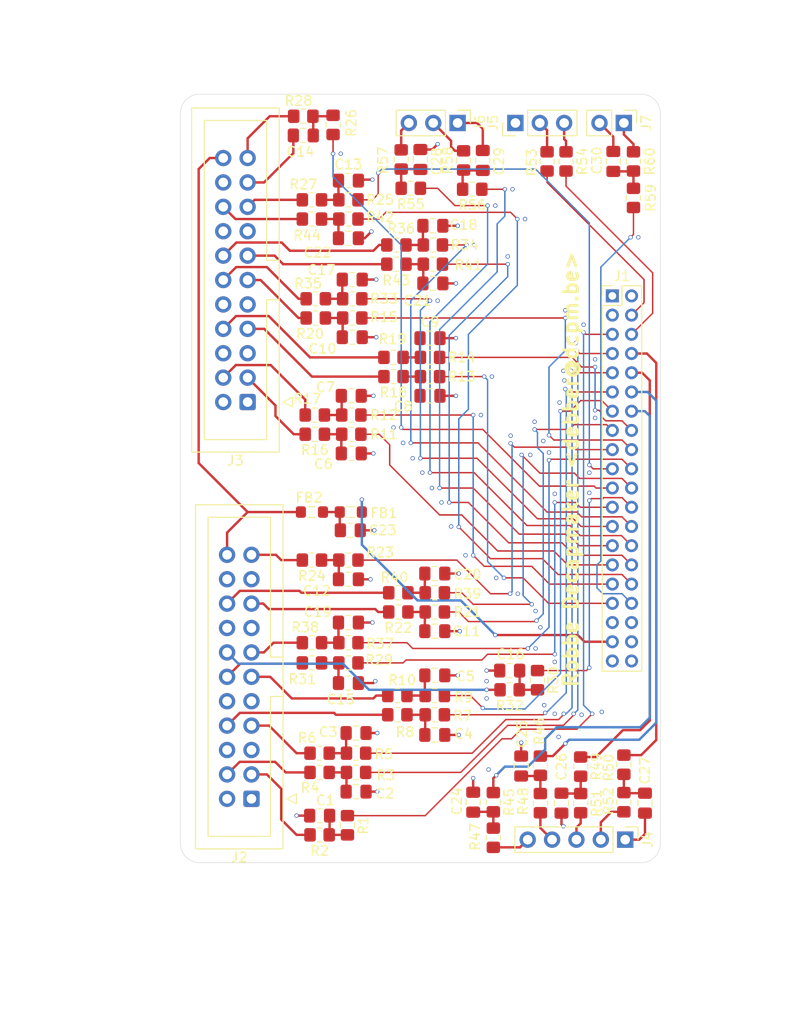
<source format=kicad_pcb>
(kicad_pcb (version 20240108) (generator "pcbnew") (generator_version "8.0")
  (layers (0 "F.Cu" signal) (1 "In1.Cu" power "In1.Cu (GND)") (2 "In2.Cu" power "In2.Cu (GND)") (31 "B.Cu" signal) (34 "B.Paste" user) (35 "F.Paste" user) (36 "B.SilkS" user "B.Silkscreen") (37 "F.SilkS" user "F.Silkscreen") (38 "B.Mask" user) (39 "F.Mask" user) (44 "Edge.Cuts" user))
  (net 0 "")
  (net 1 "GND")
  (net 2 "LSEXP_I2C0_SDA")
  (net 3 "LSEXP_I2C0_SCL")
  (net 4 "LSEXP_I2C1_SCL")
  (net 5 "LSEXP_I2C1_SDA")
  (net 6 "PWR_BTN_N")
  (net 8 "HD_GPIO_9")
  (net 9 "HD_GPIO_0")
  (net 10 "HD_GPIO_15")
  (net 11 "MIO43_SPI0_MOSI")
  (net 12 "HD_GPIO_14")
  (net 13 "MIO45_PS_GPIO1_5")
  (net 14 "HD_GPIO_12")
  (net 15 "VCC_PSAUX")
  (net 16 "HD_GPIO_2")
  (net 18 "POWER_GOOD")
  (net 19 "+5V")
  (net 20 "HD_GPIO_5")
  (net 21 "MIO41_SPI0_CS")
  (net 22 "HD_GPIO_11")
  (net 23 "MIO36_PS_GPIO1_0")
  (net 24 "MIO38_SPI0_SCLK")
  (net 25 "HD_GPIO_3")
  (net 26 "HD_GPIO_1")
  (net 27 "HD_GPIO_4")
  (net 28 "MIO40_PS_GPIO1_3")
  (net 29 "HD_GPIO_8")
  (net 30 "MIO39_PS_GPIO1_2")
  (net 31 "MIO44_PS_GPIO1_4")
  (net 32 "HD_GPIO_6")
  (net 33 "MIO42_SPI0_MISO")
  (net 34 "MIO37_PS_GPIO1_1")
  (net 35 "HD_GPIO_10")
  (net 36 "HD_GPIO_13")
  (net 37 "HD_GPIO_7")
  (net 38 "Net-(C1-Pad1)")
  (net 39 "Net-(C2-Pad1)")
  (net 40 "Net-(C3-Pad1)")
  (net 41 "Net-(C4-Pad1)")
  (net 42 "Net-(C5-Pad1)")
  (net 43 "Net-(C6-Pad1)")
  (net 44 "Net-(C7-Pad1)")
  (net 45 "Net-(C8-Pad1)")
  (net 46 "Net-(C9-Pad1)")
  (net 47 "Net-(C10-Pad1)")
  (net 48 "Net-(C11-Pad1)")
  (net 49 "Net-(C12-Pad1)")
  (net 50 "Net-(C13-Pad1)")
  (net 51 "Net-(C14-Pad1)")
  (net 52 "Net-(C15-Pad1)")
  (net 53 "Net-(C16-Pad1)")
  (net 54 "Net-(C17-Pad1)")
  (net 55 "Net-(C18-Pad1)")
  (net 56 "Net-(C19-Pad1)")
  (net 57 "Net-(C20-Pad1)")
  (net 58 "Net-(C21-Pad1)")
  (net 59 "Net-(C22-Pad1)")
  (net 60 "Net-(C24-Pad1)")
  (net 61 "Net-(C25-Pad1)")
  (net 62 "Net-(C26-Pad1)")
  (net 63 "Net-(C27-Pad1)")
  (net 64 "Net-(C28-Pad1)")
  (net 65 "Net-(C29-Pad1)")
  (net 66 "Net-(C30-Pad1)")
  (net 67 "Net-(C23-Pad1)")
  (net 68 "+5VD")
  (net 69 "IDC_1_14")
  (net 70 "IDC_1_7")
  (net 71 "IDC_1_8")
  (net 72 "IDC_1_21")
  (net 73 "IDC_1_17")
  (net 74 "IDC_1_4")
  (net 75 "IDC_1_11")
  (net 76 "IDC_1_12")
  (net 77 "IDC_1_3")
  (net 78 "IDC_1_18")
  (net 79 "IDC_1_13")
  (net 80 "IDC_2_13")
  (net 81 "IDC_2_4")
  (net 82 "IDC_2_17")
  (net 83 "IDC_2_21")
  (net 84 "IDC_2_3")
  (net 85 "IDC_2_14")
  (net 86 "IDC_2_11")
  (net 87 "IDC_2_18")
  (net 88 "IDC_2_8")
  (net 89 "IDC_2_12")
  (net 90 "IDC_2_7")
  (net 91 "MIO42_SPI0_MISO_F")
  (net 92 "MIO38_SPI0_SCLK_F")
  (net 93 "MIO41_SPI0_CS_F")
  (net 94 "MIO43_SPI0_MOSI_F")
  (net 95 "MIO45_PS_GPIO1_5_F")
  (net 96 "MIO44_PS_GPIO1_4_F")
  (net 97 "HD_GPIO_0_F")
  (net 98 "Net-(J5-Pin_2)")
  (net 99 "Net-(J5-Pin_3)")
  (footprint "Capacitor_SMD:C_0805_2012Metric_Pad1.18x1.45mm_HandSolder" (layer "F.Cu") (at 137.7 95.4)
    (property "Reference" "C23")
    (property "Value" "C")
  )
  (footprint "Resistor_SMD:R_0805_2012Metric_Pad1.20x1.40mm_HandSolder" (layer "F.Cu") (at 146.3 67.7 180)
    (property "Reference" "R41")
    (property "Value" "R")
  )
  (footprint "Resistor_SMD:R_0805_2012Metric_Pad1.20x1.40mm_HandSolder" (layer "F.Cu") (at 143 56.8 90)
    (property "Reference" "R57")
    (property "Value" "R")
  )
  (footprint "Capacitor_SMD:C_0805_2012Metric_Pad1.18x1.45mm_HandSolder" (layer "F.Cu") (at 137.8 81.4)
    (property "Reference" "C7")
    (property "Value" "C")
  )
  (footprint "Resistor_SMD:R_0805_2012Metric_Pad1.20x1.40mm_HandSolder" (layer "F.Cu") (at 157.5 119.9 -90)
    (property "Reference" "R46")
    (property "Value" "R")
  )
  (footprint "Resistor_SMD:R_0805_2012Metric_Pad1.20x1.40mm_HandSolder" (layer "F.Cu") (at 132.8 52.3 180)
    (property "Reference" "R28")
    (property "Value" "R")
  )
  (footprint "Capacitor_SMD:C_0805_2012Metric_Pad1.18x1.45mm_HandSolder" (layer "F.Cu") (at 150.5 123.7 90)
    (property "Reference" "C24")
    (property "Value" "C")
  )
  (footprint "Capacitor_SMD:C_0805_2012Metric_Pad1.18x1.45mm_HandSolder" (layer "F.Cu") (at 137.9 75.3)
    (property "Reference" "C10")
    (property "Value" "C")
  )
  (footprint "Capacitor_SMD:C_0805_2012Metric_Pad1.18x1.45mm_HandSolder" (layer "F.Cu") (at 145 56.8 90)
    (property "Reference" "C28")
    (property "Value" "C")
  )
  (footprint "Capacitor_SMD:C_0805_2012Metric_Pad1.18x1.45mm_HandSolder" (layer "F.Cu") (at 146.5 99.9)
    (property "Reference" "C20")
    (property "Value" "C")
  )
  (footprint "Resistor_SMD:R_0805_2012Metric_Pad1.20x1.40mm_HandSolder" (layer "F.Cu") (at 137.5 109.2 180)
    (property "Reference" "R29")
    (property "Value" "R")
  )
  (footprint "Capacitor_SMD:C_0805_2012Metric_Pad1.18x1.45mm_HandSolder" (layer "F.Cu") (at 168.4 123.8 -90)
    (property "Reference" "C27")
    (property "Value" "C")
  )
  (footprint "Resistor_SMD:R_0805_2012Metric_Pad1.20x1.40mm_HandSolder" (layer "F.Cu") (at 134 85.4 180)
    (property "Reference" "R16")
    (property "Value" "R")
  )
  (footprint "Resistor_SMD:R_0805_2012Metric_Pad1.20x1.40mm_HandSolder" (layer "F.Cu") (at 152.6 127.4 -90)
    (property "Reference" "R47")
    (property "Value" "R")
  )
  (footprint "Resistor_SMD:R_0805_2012Metric_Pad1.20x1.40mm_HandSolder" (layer "F.Cu") (at 137.5 107.1 180)
    (property "Reference" "R37")
    (property "Value" "R")
  )
  (footprint "Resistor_SMD:R_0805_2012Metric_Pad1.20x1.40mm_HandSolder" (layer "F.Cu") (at 137.8 85.4 180)
    (property "Reference" "R11")
    (property "Value" "R")
  )
  (footprint "Capacitor_SMD:C_0805_2012Metric_Pad1.18x1.45mm_HandSolder" (layer "F.Cu") (at 159.7 123.8 -90)
    (property "Reference" "C26")
    (property "Value" "C")
  )
  (footprint "Resistor_SMD:R_0805_2012Metric_Pad1.20x1.40mm_HandSolder" (layer "F.Cu") (at 137.4 126.1 -90)
    (property "Reference" "R1")
    (property "Value" "R")
  )
  (footprint "Resistor_SMD:R_0805_2012Metric_Pad1.20x1.40mm_HandSolder" (layer "F.Cu") (at 161.7 120 -90)
    (property "Reference" "R49")
    (property "Value" "R")
  )
  (footprint "Resistor_SMD:R_0805_2012Metric_Pad1.20x1.40mm_HandSolder" (layer "F.Cu") (at 167.2 57 90)
    (property "Reference" "R60")
    (property "Value" "R")
  )
  (footprint "Resistor_SMD:R_0805_2012Metric_Pad1.20x1.40mm_HandSolder" (layer "F.Cu") (at 142.5 67.7 180)
    (property "Reference" "R43")
    (property "Value" "R")
  )
  (footprint "Connector_PinHeader_2.54mm:PinHeader_1x05_P2.54mm_Vertical" (layer "F.Cu") (at 166.34 127.6 -90)
    (property "Reference" "J4")
    (property "Value" "Conn_01x04_Pin")
  )
  (footprint "Capacitor_SMD:C_0805_2012Metric_Pad1.18x1.45mm_HandSolder" (layer "F.Cu") (at 155.5 119.9375 90)
    (property "Reference" "C25")
    (property "Value" "C")
  )
  (footprint "Resistor_SMD:R_0805_2012Metric_Pad1.20x1.40mm_HandSolder" (layer "F.Cu") (at 167.2 60.8 90)
    (property "Reference" "R59")
    (property "Value" "R")
  )
  (footprint "Inductor_SMD:L_0805_2012Metric_Pad1.05x1.20mm_HandSolder" (layer "F.Cu") (at 137.75 93.5 180)
    (property "Reference" "FB1")
    (property "Value" "FerriteBead")
  )
  (footprint "Capacitor_SMD:C_0805_2012Metric_Pad1.18x1.45mm_HandSolder" (layer "F.Cu") (at 137.5 65)
    (property "Reference" "C22")
    (property "Value" "C")
  )
  (footprint "Resistor_SMD:R_0805_2012Metric_Pad1.20x1.40mm_HandSolder" (layer "F.Cu") (at 157.2 111 -90)
    (property "Reference" "R30")
    (property "Value" "R")
  )
  (footprint "Resistor_SMD:R_0805_2012Metric_Pad1.20x1.40mm_HandSolder" (layer "F.Cu") (at 137.5 61 180)
    (property "Reference" "R25")
    (property "Value" "R")
  )
  (footprint "Resistor_SMD:R_0805_2012Metric_Pad1.20x1.40mm_HandSolder" (layer "F.Cu") (at 146.5 103.9 180)
    (property "Reference" "R21")
    (property "Value" "R")
  )
  (footprint "Capacitor_SMD:C_0805_2012Metric_Pad1.18x1.45mm_HandSolder" (layer "F.Cu") (at 154.3 110 180)
    (property "Reference" "C16")
    (property "Value" "C")
  )
  (footprint "Resistor_SMD:R_0805_2012Metric_Pad1.20x1.40mm_HandSolder" (layer "F.Cu") (at 134.5 118.6 180)
    (property "Reference" "R6")
    (property "Value" "R")
  )
  (footprint "Connector_PinHeader_2.54mm:PinHeader_1x03_P2.54mm_Vertical" (layer "F.Cu") (at 154.9 53 90)
    (property "Reference" "J5")
    (property "Value" "Conn_01x03_Pin")
  )
  (footprint "Resistor_SMD:R_0805_2012Metric_Pad1.20x1.40mm_HandSolder" (layer "F.Cu") (at 138.3 120.6 180)
    (property "Reference" "R3")
    (property "Value" "R")
  )
  (footprint "Resistor_SMD:R_0805_2012Metric_Pad1.20x1.40mm_HandSolder" (layer "F.Cu") (at 137.5 63 180)
    (property "Reference" "R42")
    (property "Value" "R")
  )
  (footprint "Resistor_SMD:R_0805_2012Metric_Pad1.20x1.40mm_HandSolder" (layer "F.Cu") (at 158.2 57 -90)
    (property "Reference" "R53")
    (property "Value" "0R")
  )
  (footprint "Resistor_SMD:R_0805_2012Metric_Pad1.20x1.40mm_HandSolder" (layer "F.Cu") (at 142.2 77.4 180)
    (property "Reference" "R19")
    (property "Value" "R")
  )
  (footprint "Capacitor_SMD:C_0805_2012Metric_Pad1.18x1.45mm_HandSolder" (layer "F.Cu") (at 146.5 116.7)
    (property "Reference" "C4")
    (property "Value" "C")
  )
  (footprint "Connector_PinHeader_2.00mm:PinHeader_2x20_P2.00mm_Vertical" (layer "F.Cu") (at 165 71)
    (property "Reference" "J1")
    (property "Value" "Conn_02x20_Odd_Even")
  )
  (footprint "Resistor_SMD:R_0805_2012Metric_Pad1.20x1.40mm_HandSolder" (layer "F.Cu") (at 137.9 73.3 180)
    (property "Reference" "R15")
    (property "Value" "R")
  )
  (footprint "Resistor_SMD:R_0805_2012Metric_Pad1.20x1.40mm_HandSolder" (layer "F.Cu") (at 146.5 101.9 180)
    (property "Reference" "R39")
    (property "Value" "R")
  )
  (footprint "Capacitor_SMD:C_0805_2012Metric_Pad1.18x1.45mm_HandSolder" (layer "F.Cu") (at 134.5 125.1 180)
    (property "Reference" "C1")
    (property "Value" "C")
  )
  (footprint "Resistor_SMD:R_0805_2012Metric_Pad1.20x1.40mm_HandSolder" (layer "F.Cu") (at 137.5 98.5 180)
    (property "Reference" "R23")
    (property "Value" "R")
  )
  (footprint "Resistor_SMD:R_0805_2012Metric_Pad1.20x1.40mm_HandSolder" (layer "F.Cu") (at 138.3 118.6 180)
    (property "Reference" "R5")
    (property "Value" "R")
  )
  (footprint "Resistor_SMD:R_0805_2012Metric_Pad1.20x1.40mm_HandSolder" (layer "F.Cu") (at 142.6 112.6 180)
    (property "Reference" "R10")
    (property "Value" "R")
  )
  (footprint "Resistor_SMD:R_0805_2012Metric_Pad1.20x1.40mm_HandSolder" (layer "F.Cu") (at 137.8 83.4 180)
    (property "Reference" "R12")
    (property "Value" "R")
  )
  (footprint "Resistor_SMD:R_0805_2012Metric_Pad1.20x1.40mm_HandSolder" (layer "F.Cu") (at 150.4 59.9 180)
    (property "Reference" "R56")
    (property "Value" "R")
  )
  (footprint "Connector_IDC:IDC-Header_2x11_P2.54mm_Vertical" (layer "F.Cu") (at 127 82.05 180)
    (property "Reference" "J3")
    (property "Value" "Conn_02x11_Odd_Even")
  )
  (footprint "Resistor_SMD:R_0805_2012Metric_Pad1.20x1.40mm_HandSolder" (layer "F.Cu") (at 154.3 112 180)
    (property "Reference" "R32")
    (property "Value" "R")
  )
  (footprint "Resistor_SMD:R_0805_2012Metric_Pad1.20x1.40mm_HandSolder" (layer "F.Cu") (at 152.6 123.7 -90)
    (property "Reference" "R45")
    (property "Value" "R")
  )
  (footprint "Connector_PinHeader_2.54mm:PinHeader_1x02_P2.54mm_Vertical" (layer "F.Cu") (at 166.2 53 -90)
    (property "Reference" "J7")
    (property "Value" "Conn_01x02_Pin")
  )
  (footprint "Resistor_SMD:R_0805_2012Metric_Pad1.20x1.40mm_HandSolder" (layer "F.Cu") (at 137.9 71.3 180)
    (property "Reference" "R33")
    (property "Value" "R")
  )
  (footprint "Resistor_SMD:R_0805_2012Metric_Pad1.20x1.40mm_HandSolder" (layer "F.Cu") (at 133.7 107.1 180)
    (property "Reference" "R38")
    (property "Value" "R")
  )
  (footprint "Resistor_SMD:R_0805_2012Metric_Pad1.20x1.40mm_HandSolder" (layer "F.Cu") (at 133.7 63 180)
    (property "Reference" "R44")
    (property "Value" "R")
  )
  (footprint "Connector_IDC:IDC-Header_2x11_P2.54mm_Vertical" (layer "F.Cu") (at 127.4 123.35 180)
    (property "Reference" "J2")
    (property "Value" "Conn_02x11_Odd_Even")
  )
  (footprint "Capacitor_SMD:C_0805_2012Metric_Pad1.18x1.45mm_HandSolder" (layer "F.Cu") (at 137.5 105)
    (property "Reference" "C19")
    (property "Value" "C")
  )
  (footprint "Resistor_SMD:R_0805_2012Metric_Pad1.20x1.40mm_HandSolder" (layer "F.Cu") (at 142.7 103.9 180)
    (property "Reference" "R22")
    (property "Value" "R")
  )
  (footprint "Resistor_SMD:R_0805_2012Metric_Pad1.20x1.40mm_HandSolder" (layer "F.Cu") (at 149.5 56.9 90)
    (property "Reference" "R58")
    (property "Value" "R")
  )
  (footprint "Resistor_SMD:R_0805_2012Metric_Pad1.20x1.40mm_HandSolder" (layer "F.Cu") (at 146 79.4 180)
    (property "Reference" "R13")
    (property "Value" "R")
  )
  (footprint "Resistor_SMD:R_0805_2012Metric_Pad1.20x1.40mm_HandSolder" (layer "F.Cu") (at 144 59.8 180)
    (property "Reference" "R55")
    (property "Value" "R")
  )
  (footprint "Capacitor_SMD:C_0805_2012Metric_Pad1.18x1.45mm_HandSolder" (layer "F.Cu") (at 137.5 111.3)
    (property "Reference" "C15")
    (property "Value" "C")
  )
  (footprint "Capacitor_SMD:C_0805_2012Metric_Pad1.18x1.45mm_HandSolder" (layer "F.Cu") (at 137.9 69.3)
    (property "Reference" "C17")
    (property "Value" "C")
  )
  (footprint "Resistor_SMD:R_0805_2012Metric_Pad1.20x1.40mm_HandSolder" (layer "F.Cu") (at 133.7 109.2 180)
    (property "Reference" "R31")
    (property "Value" "R")
  )
  (footprint "Resistor_SMD:R_0805_2012Metric_Pad1.20x1.40mm_HandSolder" (layer "F.Cu") (at 135.9 53.2 90)
    (property "Reference" "R26")
    (property "Value" "R")
  )
  (footprint "Capacitor_SMD:C_0805_2012Metric_Pad1.18x1.45mm_HandSolder" (layer "F.Cu") (at 137.8 87.4)
    (property "Reference" "C6")
    (property "Value" "C")
  )
  (footprint "Capacitor_SMD:C_0805_2012Metric_Pad1.18x1.45mm_HandSolder" (layer "F.Cu") (at 138.3 122.6)
    (property "Reference" "C2")
    (property "Value" "C")
  )
  (footprint "Capacitor_SMD:C_0805_2012Metric_Pad1.18x1.45mm_HandSolder" (layer "F.Cu") (at 146 81.4)
    (property "Reference" "C8")
    (property "Value" "C")
  )
  (footprint "Resistor_SMD:R_0805_2012Metric_Pad1.20x1.40mm_HandSolder" (layer "F.Cu") (at 133.7 61 180)
    (property "Reference" "R27")
    (property "Value" "R")
  )
  (footprint "Resistor_SMD:R_0805_2012Metric_Pad1.20x1.40mm_HandSolder" (layer "F.Cu") (at 134 83.4 180)
    (property "Reference" "R17")
    (property "Value" "R")
  )
  (footprint "Resistor_SMD:R_0805_2012Metric_Pad1.20x1.40mm_HandSolder" (layer "F.Cu") (at 161.7 123.8 -90)
    (property "Reference" "R51")
    (property "Value" "R")
  )
  (footprint "Resistor_SMD:R_0805_2012Metric_Pad1.20x1.40mm_HandSolder" (layer "F.Cu") (at 146.3 65.7 180)
    (property "Reference" "R34")
    (property "Value" "R")
  )
  (footprint "Resistor_SMD:R_0805_2012Metric_Pad1.20x1.40mm_HandSolder" (layer "F.Cu") (at 133.7 98.5 180)
    (property "Reference" "R24")
    (property "Value" "R")
  )
  (footprint "Capacitor_SMD:C_0805_2012Metric_Pad1.18x1.45mm_HandSolder" (layer "F.Cu") (at 146.5 105.9)
    (property "Reference" "C11")
    (property "Value" "C")
  )
  (footprint "Capacitor_SMD:C_0805_2012Metric_Pad1.18x1.45mm_HandSolder" (layer "F.Cu") (at 132.8 54.3 180)
    (property "Reference" "C14")
    (property "Value" "C")
  )
  (footprint "Resistor_SMD:R_0805_2012Metric_Pad1.20x1.40mm_HandSolder" (layer "F.Cu") (at 166.2 123.7 -90)
    (property "Reference" "R52")
    (property "Value" "R")
  )
  (footprint "Resistor_SMD:R_0805_2012Metric_Pad1.20x1.40mm_HandSolder" (layer "F.Cu") (at 134.1 73.3 180)
    (property "Reference" "R20")
    (property "Value" "R")
  )
  (footprint "Inductor_SMD:L_0805_2012Metric_Pad1.05x1.20mm_HandSolder" (layer "F.Cu") (at 133.7 93.5 180)
    (property "Reference" "FB2")
    (property "Value" "FerriteBead")
  )
  (footprint "Resistor_SMD:R_0805_2012Metric_Pad1.20x1.40mm_HandSolder" (layer "F.Cu") (at 142.7 101.9 180)
    (property "Reference" "R40")
    (property "Value" "R")
  )
  (footprint "Capacitor_SMD:C_0805_2012Metric_Pad1.18x1.45mm_HandSolder" (layer "F.Cu") (at 146.3 69.7)
    (property "Reference" "C21")
    (property "Value" "C")
  )
  (footprint "Resistor_SMD:R_0805_2012Metric_Pad1.20x1.40mm_HandSolder" (layer "F.Cu") (at 134.5 120.6 180)
    (property "Reference" "R4")
    (property "Value" "R")
  )
  (footprint "Resistor_SMD:R_0805_2012Metric_Pad1.20x1.40mm_HandSolder" (layer "F.Cu") (at 146.5 112.6 180)
    (property "Reference" "R9")
    (property "Value" "R")
  )
  (footprint "Resistor_SMD:R_0805_2012Metric_Pad1.20x1.40mm_HandSolder" (layer "F.Cu") (at 142.5 65.7 180)
    (property "Reference" "R36")
    (property "Value" "R")
  )
  (footprint "Resistor_SMD:R_0805_2012Metric_Pad1.20x1.40mm_HandSolder" (layer "F.Cu") (at 166.2 119.8 -90)
    (property "Reference" "R50")
    (property "Value" "R")
  )
  (footprint "Resistor_SMD:R_0805_2012Metric_Pad1.20x1.40mm_HandSolder" (layer "F.Cu") (at 146 77.4 180)
    (property "Reference" "R14")
    (property "Value" "R")
  )
  (footprint "Capacitor_SMD:C_0805_2012Metric_Pad1.18x1.45mm_HandSolder" (layer "F.Cu") (at 137.5 59)
    (property "Reference" "C13")
    (property "Value" "C")
  )
  (footprint "Resistor_SMD:R_0805_2012Metric_Pad1.20x1.40mm_HandSolder" (layer "F.Cu") (at 142.2 79.4 180)
    (property "Reference" "R18")
    (property "Value" "R")
  )
  (footprint "Connector_PinHeader_2.54mm:PinHeader_1x03_P2.54mm_Vertical" (layer "F.Cu") (at 148.88 53 -90)
    (property "Reference" "J6")
    (property "Value" "Conn_01x02_Pin")
  )
  (footprint "Capacitor_SMD:C_0805_2012Metric_Pad1.18x1.45mm_HandSolder" (layer "F.Cu") (at 146 75.4)
    (property "Reference" "C9")
    (property "Value" "C")
  )
  (footprint "Capacitor_SMD:C_0805_2012Metric_Pad1.18x1.45mm_HandSolder" (layer "F.Cu") (at 146.3 63.7)
    (property "Reference" "C18")
    (property "Value" "C")
  )
  (footprint "Resistor_SMD:R_0805_2012Metric_Pad1.20x1.40mm_HandSolder" (layer "F.Cu") (at 157.5 123.8 -90)
    (property "Reference" "R48")
    (property "Value" "R")
  )
  (footprint "Resistor_SMD:R_0805_2012Metric_Pad1.20x1.40mm_HandSolder" (layer "F.Cu") (at 134.5 127.1 180)
    (property "Reference" "R2")
    (property "Value" "R")
  )
  (footprint "Resistor_SMD:R_0805_2012Metric_Pad1.20x1.40mm_HandSolder" (layer "F.Cu") (at 146.5 114.6 180)
    (property "Reference" "R7")
    (property "Value" "R")
  )
  (footprint "Capacitor_SMD:C_0805_2012Metric_Pad1.18x1.45mm_HandSolder" (layer "F.Cu") (at 137.5 100.5)
    (property "Reference" "C12")
    (property "Value" "C")
  )
  (footprint "Resistor_SMD:R_0805_2012Metric_Pad1.20x1.40mm_HandSolder" (layer "F.Cu") (at 160.175 57 -90)
    (property "Reference" "R54")
    (property "Value" "0R")
  )
  (footprint "Capacitor_SMD:C_0805_2012Metric_Pad1.18x1.45mm_HandSolder" (layer "F.Cu") (at 138.3 116.5)
    (property "Reference" "C3")
    (property "Value" "C")
  )
  (footprint "Capacitor_SMD:C_0805_2012Metric_Pad1.18x1.45mm_HandSolder" (layer "F.Cu") (at 165.1 57 90)
    (property "Reference" "C30")
    (property "Value" "C")
  )
  (footprint "Capacitor_SMD:C_0805_2012Metric_Pad1.18x1.45mm_HandSolder" (layer "F.Cu") (at 146.5 110.5)
    (property "Reference" "C5")
    (property "Value" "C")
  )
  (footprint "Resistor_SMD:R_0805_2012Metric_Pad1.20x1.40mm_HandSolder" (layer "F.Cu") (at 134.1 71.3 180)
    (property "Reference" "R35")
    (property "Value" "R")
  )
  (footprint "Resistor_SMD:R_0805_2012Metric_Pad1.20x1.40mm_HandSolder" (layer "F.Cu") (at 142.6 114.6 180)
    (property "Reference" "R8")
    (property "Value" "R")
  )
  (footprint "Capacitor_SMD:C_0805_2012Metric_Pad1.18x1.45mm_HandSolder" (layer "F.Cu") (at 151.5 56.9 90)
    (property "Reference" "C29")
    (property "Value" "C")
  )
  (gr_line (start 170 52) (end 170 128) (stroke (width 0.05)) (layer "Edge.Cuts"))
  (gr_line (start 120 128) (end 120 52) (stroke (width 0.05)) (layer "Edge.Cuts"))
  (gr_arc (start 168 50) (mid 169.414214 50.585786) (end 170 52) (stroke (width 0.05)) (layer "Edge.Cuts"))
  (gr_line (start 168 130) (end 122 130) (stroke (width 0.05)) (layer "Edge.Cuts"))
  (gr_arc (start 122 130) (mid 120.585786 129.414214) (end 120 128) (stroke (width 0.05)) (layer "Edge.Cuts"))
  (gr_arc (start 170 128) (mid 169.414214 129.414214) (end 168 130) (stroke (width 0.05)) (layer "Edge.Cuts"))
  (gr_arc (start 120 52) (mid 120.585786 50.585786) (end 122 50) (stroke (width 0.05)) (layer "Edge.Cuts"))
  (gr_line (start 122 50) (end 168 50) (stroke (width 0.05)) (layer "Edge.Cuts"))
  (gr_text "Robbe Decapmaker <debber@dcpm.be>" (at 161.55 111.9 90) (layer "F.SilkS") (effects (font (size 1.5 1.5) (thickness 0.3) (bold yes)) (justify left bottom)))
  (segment (start 131.7625 56.1375) (end 128.71 59.19) (width 0.25) (layer "F.Cu") (net 1))
  (segment (start 151.5 55.8625) (end 151.5 53.6) (width 0.25) (layer "F.Cu") (net 1))
  (segment (start 138.8375 87.4) (end 140.1 87.4) (width 0.25) (layer "F.Cu") (net 1))
  (segment (start 138.9375 75.3) (end 140.4 75.3) (width 0.25) (layer "F.Cu") (net 1))
  (segment (start 139.3375 116.5) (end 140.5 116.5) (width 0.25) (layer "F.Cu") (net 1))
  (segment (start 138.5375 100.5) (end 139.8 100.5) (width 0.25) (layer "F.Cu") (net 1))
  (segment (start 165.1 55.9625) (end 165.1 54.44) (width 0.25) (layer "F.Cu") (net 1))
  (segment (start 147.0375 81.4) (end 148.7 81.4) (width 0.25) (layer "F.Cu") (net 1))
  (segment (start 165.1 54.44) (end 163.66 53) (width 0.25) (layer "F.Cu") (net 1))
  (segment (start 138.5375 105) (end 140 105) (width 0.25) (layer "F.Cu") (net 1))
  (segment (start 147.3375 69.7) (end 148.7 69.7) (width 0.25) (layer "F.Cu") (net 1))
  (segment (start 150.5 122.6625) (end 150.5 121.2) (width 0.25) (layer "F.Cu") (net 1))
  (segment (start 151.5 53.6) (end 150.9 53) (width 0.25) (layer "F.Cu") (net 1))
  (segment (start 139.3375 122.6) (end 140.5 122.6) (width 0.25) (layer "F.Cu") (net 1))
  (segment (start 167.8 127.6) (end 166.34 127.6) (width 0.25) (layer "F.Cu") (net 1))
  (segment (start 131.7625 54.3) (end 131.7625 56.1375) (width 0.25) (layer "F.Cu") (net 1))
  (segment (start 138.8375 81.4) (end 140.1 81.4) (width 0.25) (layer "F.Cu") (net 1))
  (segment (start 147.3375 63.7) (end 148.9 63.7) (width 0.25) (layer "F.Cu") (net 1))
  (segment (start 153.2625 110) (end 151.9 110) (width 0.25) (layer "F.Cu") (net 1))
  (segment (start 159.7 124.8375) (end 159.7 126) (width 0.25) (layer "F.Cu") (net 1))
  (segment (start 138.5375 65) (end 139.2 65) (width 0.25) (layer "F.Cu") (net 1))
  (segment (start 133.4625 125.1) (end 132.1 125.1) (width 0.25) (layer "F.Cu") (net 1))
  (segment (start 138.7375 95.4) (end 140.2 95.4) (width 0.25) (layer "F.Cu") (net 1))
  (segment (start 140 58.9) (end 138.6375 58.9) (width 0.25) (layer "F.Cu") (net 1))
  (segment (start 147.5375 105.9) (end 149.1 105.9) (width 0.25) (layer "F.Cu") (net 1))
  (segment (start 139.2 65) (end 139.9 64.3) (width 0.25) (layer "F.Cu") (net 1))
  (segment (start 128.71 59.19) (end 127 59.19) (width 0.25) (layer "F.Cu") (net 1))
  (segment (start 147.5375 99.9) (end 149 99.9) (width 0.25) (layer "F.Cu") (net 1))
  (segment (start 147.0375 75.4) (end 148.7 75.4) (width 0.25) (layer "F.Cu") (net 1))
  (segment (start 138.6375 58.9) (end 138.5375 59) (width 0.25) (layer "F.Cu") (net 1))
  (segment (start 155.5 118.9) (end 155.5 117.5) (width 0.25) (layer "F.Cu") (net 1))
  (segment (start 168.4 124.8375) (end 168.4 127) (width 0.25) (layer "F.Cu") (net 1))
  (segment (start 138.9375 69.3) (end 140.4 69.3) (width 0.25) (layer "F.Cu") (net 1))
  (segment (start 147.5375 110.5) (end 148.9 110.5) (width 0.25) (layer "F.Cu") (net 1))
  (segment (start 146.2375 55.7625) (end 146.8 55.2) (width 0.25) (layer "F.Cu") (net 1))
  (segment (start 159.7 126) (end 159.9 126.2) (width 0.25) (layer "F.Cu") (net 1))
  (segment (start 145 55.7625) (end 146.2375 55.7625) (width 0.25) (layer "F.Cu") (net 1))
  (segment (start 140.1 111.3) (end 140.3 111.1) (width 0.25) (layer "F.Cu") (net 1))
  (segment (start 168.4 127) (end 167.8 127.6) (width 0.25) (layer "F.Cu") (net 1))
  (segment (start 138.5375 111.3) (end 140.1 111.3) (width 0.25) (layer "F.Cu") (net 1))
  (segment (start 150.9 53) (end 148.88 53) (width 0.25) (layer "F.Cu") (net 1))
  (segment (start 147.5375 116.7) (end 149 116.7) (width 0.25) (layer "F.Cu") (net 1))
  (via (at 140 58.9) (size 0.45) (drill 0.3) (layers "F.Cu" "B.Cu") (net 1))
  (via (at 140.4 69.3) (size 0.45) (drill 0.3) (layers "F.Cu" "B.Cu") (net 1))
  (via (at 150.6 65.7) (size 0.45) (drill 0.3) (layers "F.Cu" "B.Cu") (net 1))
  (via (at 160 79.8) (size 0.45) (drill 0.3) (layers "F.Cu" "B.Cu") (net 1))
  (via (at 152.45 79.4) (size 0.45) (drill 0.3) (layers "F.Cu" "B.Cu") (net 1))
  (via (at 159 91.6) (size 0.45) (drill 0.3) (layers "F.Cu" "B.Cu") (net 1))
  (via (at 155.15 102) (size 0.45) (drill 0.3) (layers "F.Cu" "B.Cu") (net 1))
  (via (at 145.2 89.4) (size 0.45) (drill 0.3) (layers "F.Cu" "B.Cu") (net 1))
  (via (at 156.45 87.55) (size 0.45) (drill 0.3) (layers "F.Cu" "B.Cu") (net 1))
  (via (at 149 116.7) (size 0.45) (drill 0.3) (layers "F.Cu" "B.Cu") (net 1))
  (via (at 159 114.5) (size 0.45) (drill 0.3) (layers "F.Cu" "B.Cu") (net 1))
  (via (at 157.5 105.5) (size 0.45) (drill 0.3) (layers "F.Cu" "B.Cu") (net 1))
  (via (at 140.1 81.4) (size 0.45) (drill 0.3) (layers "F.Cu" "B.Cu") (net 1))
  (via (at 157 103.8) (size 0.45) (drill 0.3) (layers "F.Cu" "B.Cu") (net 1))
  (via (at 147.2 92.5) (size 0.45) (drill 0.3) (layers "F.Cu" "B.Cu") (net 1))
  (via (at 144.2 87.9) (size 0.45) (drill 0.3) (layers "F.Cu" "B.Cu") (net 1))
  (via (at 150.5 121.2) (size 0.45) (drill 0.3) (layers "F.Cu" "B.Cu") (net 1))
  (via (at 140.3 111.1) (size 0.45) (drill 0.3) (layers "F.Cu" "B.Cu") (net 1))
  (via (at 146.8 55.2) (size 0.45) (drill 0.3) (layers "F.Cu" "B.Cu") (net 1))
  (via (at 140.4 75.3) (size 0.45) (drill 0.3) (layers "F.Cu" "B.Cu") (net 1))
  (via (at 162.6 91.5) (size 0.45) (drill 0.3) (layers "F.Cu" "B.Cu") (net 1))
  (via (at 139.8 100.5) (size 0.45) (drill 0.3) (layers "F.Cu" "B.Cu") (net 1))
  (via (at 132.1 125.1) (size 0.45) (drill 0.3) (layers "F.Cu" "B.Cu") (net 1))
  (via (at 157.8 86.1) (size 0.45) (drill 0.3) (layers "F.Cu" "B.Cu") (net 1))
  (via (at 160.1 72.5) (size 0.45) (drill 0.3) (layers "F.Cu" "B.Cu") (net 1))
  (via (at 154.4 85.55) (size 0.45) (drill 0.3) (layers "F.Cu" "B.Cu") (net 1))
  (via (at 139.9 64.3) (size 0.45) (drill 0.3) (layers "F.Cu" "B.Cu") (net 1))
  (via (at 167.7 64.9) (size 0.45) (drill 0.3) (layers "F.Cu" "B.Cu") (net 1))
  (via (at 163.2 77.6) (size 0.45) (drill 0.3) (layers "F.Cu" "B.Cu") (net 1))
  (via (at 140.5 122.6) (size 0.45) (drill 0.3) (layers "F.Cu" "B.Cu") (net 1))
  (via (at 143.2 86.3) (size 0.45) (drill 0.3) (layers "F.Cu" "B.Cu") (net 1))
  (via (at 151.9 110) (size 0.45) (drill 0.3) (layers "F.Cu" "B.Cu") (net 1))
  (via (at 151.3 83.4) (size 0.45) (drill 0.3) (layers "F.Cu" "B.Cu") (net 1))
  (via (at 140.5 116.5) (size 0.45) (drill 0.3) (layers "F.Cu" "B.Cu") (net 1))
  (via (at 142.2 84.7) (size 0.45) (drill 0.3) (layers "F.Cu" "B.Cu") (net 1))
  (via (at 148.7 69.7) (size 0.45) (drill 0.3) (layers "F.Cu" "B.Cu") (net 1))
  (via (at 158.4 87.3) (size 0.45) (drill 0.3) (layers "F.Cu" "B.Cu") (net 1))
  (via (at 159.4 116.9) (size 0.45) (drill 0.3) (layers "F.Cu" "B.Cu") (net 1))
  (via (at 157 107.7) (size 0.45) (drill 0.3) (layers "F.Cu" "B.Cu") (net 1))
  (via (at 136.7 56.2) (size 0.45) (drill 0.3) (layers "F.Cu" "B.Cu") (net 1))
  (via (at 162 74) (size 0.45) (drill 0.3) (layers "F.Cu" "B.Cu") (net 1))
  (via (at 140 105) (size 0.45) (drill 0.3) (layers "F.Cu" "B.Cu") (net 1))
  (via (at 155.5 117.5) (size 0.45) (drill 0.3) (layers "F.Cu" "B.Cu") (net 1))
  (via (at 148.7 75.4) (size 0.45) (drill 0.3) (layers "F.Cu" "B.Cu") (net 1))
  (via (at 140.1 87.4) (size 0.45) (drill 0.3) (layers "F.Cu" "B.Cu") (net 1))
  (via (at 146.2 91) (size 0.45) (drill 0.3) (layers "F.Cu" "B.Cu") (net 1))
  (via (at 161.2 75.9) (size 0.45) (drill 0.3) (layers "F.Cu" "B.Cu") (net 1))
  (via (at 149.1 105.9) (size 0.45) (drill 0.3) (layers "F.Cu" "B.Cu") (net 1))
  (via (at 149 99.9) (size 0.45) (drill 0.3) (layers "F.Cu" "B.Cu") (net 1))
  (via (at 155.9 63) (size 0.45) (drill 0.3) (layers "F.Cu" "B.Cu") (net 1))
  (via (at 151.9 112.9) (size 0.45) (drill 0.3) (layers "F.Cu" "B.Cu") (net 1))
  (via (at 159.9 126.2) (size 0.45) (drill 0.3) (layers "F.Cu" "B.Cu") (net 1))
  (via (at 154.1 66.9) (size 0.45) (drill 0.3) (layers "F.Cu" "B.Cu") (net 1))
  (via (at 148.7 81.4) (size 0.45) (drill 0.3) (layers "F.Cu" "B.Cu") (net 1))
  (via (at 148.9 63.7) (size 0.45) (drill 0.3) (layers "F.Cu" "B.Cu") (net 1))
  (via (at 146.8 71.5) (size 0.45) (drill 0.3) (layers "F.Cu" "B.Cu") (net 1))
  (via (at 148.2 95) (size 0.45) (drill 0.3) (layers "F.Cu" "B.Cu") (net 1))
  (via (at 154.6 59.9) (size 0.45) (drill 0.3) (layers "F.Cu" "B.Cu") (net 1))
  (via (at 156.9 84.1) (size 0.45) (drill 0.3) (layers "F.Cu" "B.Cu") (net 1))
  (via (at 161.8 114.6) (size 0.45) (drill 0.3) (layers "F.Cu" "B.Cu") (net 1))
  (via (at 148.9 110.5) (size 0.45) (drill 0.3) (layers "F.Cu" "B.Cu") (net 1))
  (via (at 159.9 78.8) (size 0.45) (drill 0.3) (layers "F.Cu" "B.Cu") (net 1))
  (via (at 149.7 98) (size 0.45) (drill 0.3) (layers "F.Cu" "B.Cu") (net 1))
  (via (at 163.9 114.3) (size 0.45) (drill 0.3) (layers "F.Cu" "B.Cu") (net 1))
  (via (at 151.9 111.1) (size 0.45) (drill 0.3) (layers "F.Cu" "B.Cu") (net 1))
  (via (at 157.9 113.6) (size 0.45) (drill 0.3) (layers "F.Cu" "B.Cu") (net 1))
  (via (at 152.9 100.35) (size 0.45) (drill 0.3) (layers "F.Cu" "B.Cu") (net 1))
  (via (at 159.5 82.1) (size 0.45) (drill 0.3) (layers "F.Cu" "B.Cu") (net 1))
  (via (at 140.2 95.4) (size 0.45) (drill 0.3) (layers "F.Cu" "B.Cu") (net 1))
  (via (at 163.2 83.7) (size 0.45) (drill 0.3) (layers "F.Cu" "B.Cu") (net 1))
  (via (at 152.1 120.3) (size 0.45) (drill 0.3) (layers "F.Cu" "B.Cu") (net 1))
  (via (at 159 109.1) (size 0.45) (drill 0.3) (layers "F.Cu" "B.Cu") (net 1))
  (via (at 152.8 61.6) (size 0.45) (drill 0.3) (layers "F.Cu" "B.Cu") (net 1))
  (via (at 162.6 89.4) (size 0.45) (drill 0.3) (layers "F.Cu" "B.Cu") (net 1))
  (segment (start 148.8 98.5) (end 138.5 98.5) (width 0.15) (layer "F.Cu") (net 2))
  (segment (start 154.795 86.745) (end 160.945 86.745) (width 0.15) (layer "F.Cu") (net 2))
  (segment (start 154.4 86.35) (end 154.795 86.745) (width 0.15) (layer "F.Cu") (net 2))
  (segment (start 161.2 87) (end 165 87) (width 0.15) (layer "F.Cu") (net 2))
  (segment (start 160.945 86.745) (end 161.2 87) (width 0.15) (layer "F.Cu") (net 2))
  (segment (start 154.35 102) (end 152.3 102) (width 0.15) (layer "F.Cu") (net 2))
  (segment (start 152.3 102) (end 148.8 98.5) (width 0.15) (layer "F.Cu") (net 2))
  (via (at 154.35 102) (size 0.45) (drill 0.3) (layers "F.Cu" "B.Cu") (net 2))
  (via (at 154.4 86.35) (size 0.45) (drill 0.3) (layers "F.Cu" "B.Cu") (net 2))
  (segment (start 154.4 86.35) (end 154.55 86.5) (width 0.15) (layer "B.Cu") (net 2))
  (segment (start 154.55 101.8) (end 154.35 102) (width 0.15) (layer "B.Cu") (net 2))
  (segment (start 154.55 86.5) (end 154.55 101.8) (width 0.15) (layer "B.Cu") (net 2))
  (segment (start 150 104.9) (end 149 103.9) (width 0.15) (layer "F.Cu") (net 3))
  (segment (start 157 104.9) (end 150 104.9) (width 0.15) (layer "F.Cu") (net 3))
  (segment (start 160.5 84.9) (end 161 84.4) (width 0.15) (layer "F.Cu") (net 3))
  (segment (start 157.1 104.8) (end 157 104.9) (width 0.15) (layer "F.Cu") (net 3))
  (segment (start 164.4 84.4) (end 165 85) (width 0.15) (layer "F.Cu") (net 3))
  (segment (start 156.9 84.9) (end 160.5 84.9) (width 0.15) (layer "F.Cu") (net 3))
  (segment (start 149 103.9) (end 147.5 103.9) (width 0.15) (layer "F.Cu") (net 3))
  (segment (start 161 84.4) (end 164.4 84.4) (width 0.15) (layer "F.Cu") (net 3))
  (via (at 156.9 84.9) (size 0.45) (drill 0.3) (layers "F.Cu" "B.Cu") (net 3))
  (via (at 157.1 104.8) (size 0.45) (drill 0.3) (layers "F.Cu" "B.Cu") (net 3))
  (segment (start 157.2 85.2) (end 156.9 84.9) (width 0.15) (layer "B.Cu") (net 3))
  (segment (start 157.2 86.8) (end 157.2 85.2) (width 0.15) (layer "B.Cu") (net 3))
  (segment (start 157.8 87.4) (end 157.2 86.8) (width 0.15) (layer "B.Cu") (net 3))
  (segment (start 157.8 104.1) (end 157.8 87.4) (width 0.15) (layer "B.Cu") (net 3))
  (segment (start 157.1 104.8) (end 157.8 104.1) (width 0.15) (layer "B.Cu") (net 3))
  (segment (start 165 89) (end 163 89) (width 0.15) (layer "F.Cu") (net 4))
  (segment (start 140.6 58.2) (end 140.6 60.4) (width 0.15) (layer "F.Cu") (net 4))
  (segment (start 140 61) (end 138.5 61) (width 0.15) (layer "F.Cu") (net 4))
  (segment (start 140.6 60.4) (end 140 61) (width 0.15) (layer "F.Cu") (net 4))
  (segment (start 163 89) (end 162.6 88.6) (width 0.15) (layer "F.Cu") (net 4))
  (via (at 140.6 58.2) (size 0.45) (drill 0.3) (layers "F.Cu" "B.Cu") (net 4))
  (via (at 162.6 88.6) (size 0.45) (drill 0.3) (layers "F.Cu" "B.Cu") (net 4))
  (segment (start 162.6 88.6) (end 162.6 87.8) (width 0.15) (layer "B.Cu") (net 4))
  (segment (start 162.6 63.4) (end 157 57.8) (width 0.15) (layer "B.Cu") (net 4))
  (segment (start 162.6 87.8) (end 162.6 63.4) (width 0.15) (layer "B.Cu") (net 4))
  (segment (start 141 57.8) (end 140.6 58.2) (width 0.15) (layer "B.Cu") (net 4))
  (segment (start 157 57.8) (end 141 57.8) (width 0.15) (layer "B.Cu") (net 4))
  (segment (start 143 84.7) (end 143.2 84.9) (width 0.15) (layer "F.Cu") (net 5))
  (segment (start 143.2 84.9) (end 151.5 84.9) (width 0.15) (layer "F.Cu") (net 5))
  (segment (start 135.9 56.2) (end 135.9 54.2) (width 0.15) (layer "F.Cu") (net 5))
  (segment (start 163.3 91) (end 165 91) (width 0.15) (layer "F.Cu") (net 5))
  (segment (start 163.1 90.8) (end 163.3 91) (width 0.15) (layer "F.Cu") (net 5))
  (segment (start 157.4 90.8) (end 163.1 90.8) (width 0.15) (layer "F.Cu") (net 5))
  (segment (start 151.5 84.9) (end 157.4 90.8) (width 0.15) (layer "F.Cu") (net 5))
  (via (at 135.9 56.2) (size 0.45) (drill 0.3) (layers "F.Cu" "B.Cu") (net 5))
  (via (at 143 84.7) (size 0.45) (drill 0.3) (layers "F.Cu" "B.Cu") (net 5))
  (segment (start 143 84.7) (end 143 65.7) (width 0.15) (layer "B.Cu") (net 5))
  (segment (start 135.9 58.6) (end 135.9 56.2) (width 0.15) (layer "B.Cu") (net 5))
  (segment (start 143 65.7) (end 135.9 58.6) (width 0.15) (layer "B.Cu") (net 5))
  (segment (start 168.3 71.7) (end 168.3 69.3) (width 0.15) (layer "F.Cu") (net 6))
  (segment (start 167 73) (end 168.3 71.7) (width 0.15) (layer "F.Cu") (net 6))
  (segment (start 168.3 69.3) (end 158.2 59.2) (width 0.15) (layer "F.Cu") (net 6))
  (segment (start 158.2 59.2) (end 158.2 58) (width 0.15) (layer "F.Cu") (net 6))
  (segment (start 164.3 84) (end 166 84) (width 0.15) (layer "F.Cu") (net 8))
  (segment (start 166 84) (end 167 85) (width 0.15) (layer "F.Cu") (net 8))
  (segment (start 163.6 82.9) (end 163.8 83.1) (width 0.15) (layer "F.Cu") (net 8))
  (segment (start 163.8 83.5) (end 164.3 84) (width 0.15) (layer "F.Cu") (net 8))
  (segment (start 160.8 77.4) (end 147 77.4) (width 0.15) (layer "F.Cu") (net 8))
  (segment (start 163.2 82.9) (end 163.6 82.9) (width 0.15) (layer "F.Cu") (net 8))
  (segment (start 163.8 83.1) (end 163.8 83.5) (width 0.15) (layer "F.Cu") (net 8))
  (segment (start 161.8 78.4) (end 160.8 77.4) (width 0.15) (layer "F.Cu") (net 8))
  (segment (start 163.2 78.4) (end 161.8 78.4) (width 0.15) (layer "F.Cu") (net 8))
  (via (at 163.2 82.9) (size 0.45) (drill 0.3) (layers "F.Cu" "B.Cu") (net 8))
  (via (at 163.2 78.4) (size 0.45) (drill 0.3) (layers "F.Cu" "B.Cu") (net 8))
  (segment (start 163.2 82.9) (end 163.2 82.4) (width 0.15) (layer "B.Cu") (net 8))
  (segment (start 163.2 82.4) (end 163.2 78.4) (width 0.15) (layer "B.Cu") (net 8))
  (segment (start 167.2 64.6) (end 167.2 61.8) (width 0.15) (layer "F.Cu") (net 10))
  (segment (start 166.9 64.9) (end 167.2 64.6) (width 0.15) (layer "F.Cu") (net 10))
  (via (at 166.9 64.9) (size 0.45) (drill 0.3) (layers "F.Cu" "B.Cu") (net 10))
  (segment (start 166 102) (end 164 102) (width 0.15) (layer "B.Cu") (net 10))
  (segment (start 163.4 101.4) (end 163.4 99) (width 0.15) (layer "B.Cu") (net 10))
  (segment (start 163.8 68) (end 166.9 64.9) (width 0.15) (layer "B.Cu") (net 10))
  (segment (start 163.8 98.6) (end 163.8 68) (width 0.15) (layer "B.Cu") (net 10))
  (segment (start 163.4 99) (end 163.8 98.6) (width 0.15) (layer "B.Cu") (net 10))
  (segment (start 167 103) (end 166 102) (width 0.15) (layer "B.Cu") (net 10))
  (segment (start 164 102) (end 163.4 101.4) (width 0.15) (layer "B.Cu") (net 10))
  (segment (start 152.6 122.7) (end 152.6 121.2) (width 0.25) (layer "F.Cu") (net 11))
  (segment (start 152.6 121.2) (end 152.9 120.9) (width 0.25) (layer "F.Cu") (net 11))
  (via (at 152.9 120.9) (size 0.45) (drill 0.3) (layers "F.Cu" "B.Cu") (net 11))
  (segment (start 168.9 83.5) (end 168.4 83) (width 0.25) (layer "B.Cu") (net 11))
  (segment (start 156.2 120) (end 158 118.2) (width 0.25) (layer "B.Cu") (net 11))
  (segment (start 167.9 115.9) (end 168.9 114.9) (width 0.25) (layer "B.Cu") (net 11))
  (segment (start 168.9 114.9) (end 168.9 83.5) (width 0.25) (layer "B.Cu") (net 11))
  (segment (start 158 118.2) (end 158 117.1) (width 0.25) (layer "B.Cu") (net 11))
  (segment (start 153.8 120) (end 156.2 120) (width 0.25) (layer "B.Cu") (net 11))
  (segment (start 152.9 120.9) (end 153.8 120) (width 0.25) (layer "B.Cu") (net 11))
  (segment (start 168.4 83) (end 167 83) (width 0.25) (layer "B.Cu") (net 11))
  (segment (start 159.2 115.9) (end 167.9 115.9) (width 0.25) (layer "B.Cu") (net 11))
  (segment (start 158 117.1) (end 159.2 115.9) (width 0.25) (layer "B.Cu") (net 11))
  (segment (start 166 100) (end 167 101) (width 0.15) (layer "F.Cu") (net 12))
  (segment (start 154.4 62.3) (end 141.4 62.3) (width 0.15) (layer "F.Cu") (net 12))
  (segment (start 159.35 100) (end 166 100) (width 0.15) (layer "F.Cu") (net 12))
  (segment (start 141.4 62.3) (end 140.7 63) (width 0.15) (layer "F.Cu") (net 12))
  (segment (start 149 95.05) (end 152.3 98.35) (width 0.15) (layer "F.Cu") (net 12))
  (segment (start 157.7 98.35) (end 159.35 100) (width 0.15) (layer "F.Cu") (net 12))
  (segment (start 152.3 98.35) (end 157.7 98.35) (width 0.15) (layer "F.Cu") (net 12))
  (segment (start 140.7 63) (end 138.5 63) (width 0.15) (layer "F.Cu") (net 12))
  (segment (start 155.1 63) (end 154.4 62.3) (width 0.15) (layer "F.Cu") (net 12))
  (via (at 155.1 63) (size 0.45) (drill 0.3) (layers "F.Cu" "B.Cu") (net 12))
  (via (at 149 95.05) (size 0.45) (drill 0.3) (layers "F.Cu" "B.Cu") (net 12))
  (segment (start 150 82.8) (end 150 75) (width 0.15) (layer "B.Cu") (net 12))
  (segment (start 149 95.05) (end 149 83.8) (width 0.15) (layer "B.Cu") (net 12))
  (segment (start 149 83.8) (end 150 82.8) (width 0.15) (layer "B.Cu") (net 12))
  (segment (start 155.1 69.9) (end 155.1 63) (width 0.15) (layer "B.Cu") (net 12))
  (segment (start 150 75) (end 155.1 69.9) (width 0.15) (layer "B.Cu") (net 12))
  (segment (start 146.8 59.8) (end 145 59.8) (width 0.15) (layer "F.Cu") (net 13))
  (segment (start 161.65 95.95) (end 165.95 95.95) (width 0.15) (layer "F.Cu") (net 13))
  (segment (start 146 89.4) (end 150.6 89.4) (width 0.15) (layer "F.Cu") (net 13))
  (segment (start 156.1 94.9) (end 160.6 94.9) (width 0.15) (layer "F.Cu") (net 13))
  (segment (start 148.6 61.6) (end 146.8 59.8) (width 0.15) (layer "F.Cu") (net 13))
  (segment (start 160.6 94.9) (end 161.65 95.95) (width 0.15) (layer "F.Cu") (net 13))
  (segment (start 150.6 89.4) (end 156.1 94.9) (width 0.15) (layer "F.Cu") (net 13))
  (segment (start 152 61.6) (end 148.6 61.6) (width 0.15) (layer "F.Cu") (net 13))
  (segment (start 165.95 95.95) (end 167 97) (width 0.15) (layer "F.Cu") (net 13))
  (via (at 152 61.6) (size 0.45) (drill 0.3) (layers "F.Cu" "B.Cu") (net 13))
  (via (at 146 89.4) (size 0.45) (drill 0.3) (layers "F.Cu" "B.Cu") (net 13))
  (segment (start 146 89.4) (end 146 73.7) (width 0.15) (layer "B.Cu") (net 13))
  (segment (start 152 67.7) (end 152 61.6) (width 0.15) (layer "B.Cu") (net 13))
  (segment (start 146 73.7) (end 152 67.7) (width 0.15) (layer "B.Cu") (net 13))
  (segment (start 147.5 101.9) (end 149.3 101.9) (width 0.15) (layer "F.Cu") (net 14))
  (segment (start 149.3 101.9) (end 150.5 103.1) (width 0.15) (layer "F.Cu") (net 14))
  (segment (start 161.6 90) (end 166 90) (width 0.15) (layer "F.Cu") (net 14))
  (segment (start 150.5 103.1) (end 156.6 103.1) (width 0.15) (layer "F.Cu") (net 14))
  (segment (start 155.55 87.55) (end 157.45 89.45) (width 0.15) (layer "F.Cu") (net 14))
  (segment (start 161.05 89.45) (end 161.6 90) (width 0.15) (layer "F.Cu") (net 14))
  (segment (start 166 90) (end 167 91) (width 0.15) (layer "F.Cu") (net 14))
  (segment (start 157.45 89.45) (end 161.05 89.45) (width 0.15) (layer "F.Cu") (net 14))
  (via (at 155.55 87.55) (size 0.45) (drill 0.3) (layers "F.Cu" "B.Cu") (net 14))
  (via (at 156.6 103.1) (size 0.45) (drill 0.3) (layers "F.Cu" "B.Cu") (net 14))
  (segment (start 155.55 87.55) (end 155.705 87.705) (width 0.15) (layer "B.Cu") (net 14))
  (segment (start 155.705 87.705) (end 155.705 102.205) (width 0.15) (layer "B.Cu") (net 14))
  (segment (start 155.705 102.205) (end 156.6 103.1) (width 0.15) (layer "B.Cu") (net 14))
  (segment (start 161.3 76.7) (end 161.6 77) (width 0.15) (layer "F.Cu") (net 16))
  (segment (start 159.8 115.7) (end 159.9 115.7) (width 0.15) (layer "F.Cu") (net 16))
  (segment (start 139.3 120.6) (end 149.2 120.6) (width 0.15) (layer "F.Cu") (net 16))
  (segment (start 154.1 115.7) (end 159.8 115.7) (width 0.15) (layer "F.Cu") (net 16))
  (segment (start 149.2 120.6) (end 150.6 119.2) (width 0.15) (layer "F.Cu") (net 16))
  (segment (start 161.6 77) (end 165 77) (width 0.15) (layer "F.Cu") (net 16))
  (segment (start 150.6 119.2) (end 154.1 115.7) (width 0.15) (layer "F.Cu") (net 16))
  (segment (start 159.9 115.7) (end 161.1 114.5) (width 0.15) (layer "F.Cu") (net 16))
  (via (at 160.966666 114.5) (size 0.45) (drill 0.3) (layers "F.Cu" "B.Cu") (net 16))
  (via (at 161.3 76.7) (size 0.45) (drill 0.3) (layers "F.Cu" "B.Cu") (net 16))
  (segment (start 161 114.5) (end 161.4 114.1) (width 0.15) (layer "B.Cu") (net 16))
  (segment (start 161.4 76.8) (end 161.3 76.7) (width 0.15) (layer "B.Cu") (net 16))
  (segment (start 160.966666 114.5) (end 161 114.5) (width 0.15) (layer "B.Cu") (net 16))
  (segment (start 161.4 114.1) (end 161.4 76.8) (width 0.15) (layer "B.Cu") (net 16))
  (segment (start 169.2 68.6) (end 160.175 59.575) (width 0.15) (layer "F.Cu") (net 18))
  (segment (start 167 75) (end 169.2 72.8) (width 0.15) (layer "F.Cu") (net 18))
  (segment (start 160.175 59.575) (end 160.175 58) (width 0.15) (layer "F.Cu") (net 18))
  (segment (start 169.2 72.8) (end 169.2 68.6) (width 0.15) (layer "F.Cu") (net 18))
  (segment (start 138.9 92.2) (end 138.9 93.5) (width 0.25) (layer "F.Cu") (net 19))
  (segment (start 162.1 107) (end 161.4 106.3) (width 0.25) (layer "F.Cu") (net 19))
  (segment (start 161.4 106.3) (end 152.8 106.3) (width 0.25) (layer "F.Cu") (net 19))
  (segment (start 165 107) (end 162.1 107) (width 0.25) (layer "F.Cu") (net 19))
  (via (at 152.8 106.3) (size 0.45) (drill 0.3) (layers "F.Cu" "B.Cu") (net 19))
  (via (at 138.9 92.2) (size 0.45) (drill 0.3) (layers "F.Cu" "B.Cu") (net 19))
  (segment (start 138.9 96.9) (end 138.9 92.2) (width 0.25) (layer "B.Cu") (net 19))
  (segment (start 152.8 106.3) (end 149.2 102.7) (width 0.25) (layer "B.Cu") (net 19))
  (segment (start 149.2 102.7) (end 144.7 102.7) (width 0.25) (layer "B.Cu") (net 19))
  (segment (start 144.7 102.7) (end 138.9 96.9) (width 0.25) (layer "B.Cu") (net 19))
  (segment (start 159.6 83) (end 160.6 83) (width 0.15) (layer "F.Cu") (net 20))
  (segment (start 161.7 81.9) (end 163.9 81.9) (width 0.15) (layer "F.Cu") (net 20))
  (segment (start 147.5 112.6) (end 150.2 112.6) (width 0.15) (layer "F.Cu") (net 20))
  (segment (start 150.2 112.6) (end 151.5 113.9) (width 0.15) (layer "F.Cu") (net 20))
  (segment (start 163.9 81.9) (end 165 83) (width 0.15) (layer "F.Cu") (net 20))
  (segment (start 160.6 83) (end 161.7 81.9) (width 0.15) (layer "F.Cu") (net 20))
  (via (at 159.6 83) (size 0.45) (drill 0.3) (layers "F.Cu" "B.Cu") (net 20))
  (via (at 151.5 113.9) (size 0.45) (drill 0.3) (layers "F.Cu" "B.Cu") (net 20))
  (segment (start 159.6 83) (end 159.6 110.3) (width 0.15) (layer "B.Cu") (net 20))
  (segment (start 159.6 110.3) (end 155.9 114) (width 0.15) (layer "B.Cu") (net 20))
  (segment (start 151.6 114) (end 151.5 113.9) (width 0.15) (layer "B.Cu") (net 20))
  (segment (start 155.9 114) (end 151.6 114) (width 0.15) (layer "B.Cu") (net 20))
  (segment (start 158.8 118.9) (end 159.4 118.3) (width 0.25) (layer "F.Cu") (net 21))
  (segment (start 157.5 118.9) (end 158.8 118.9) (width 0.25) (layer "F.Cu") (net 21))
  (segment (start 159.4 118.3) (end 160.1 117.6) (width 0.25) (layer "F.Cu") (net 21))
  (via (at 160.1 117.6) (size 0.45) (drill 0.3) (layers "F.Cu" "B.Cu") (net 21))
  (segment (start 167.8 117.2) (end 169.575 115.425) (width 0.25) (layer "B.Cu") (net 21))
  (segment (start 160.5 117.2) (end 167.8 117.2) (width 0.25) (layer "B.Cu") (net 21))
  (segment (start 169.575 81.9) (end 168.675 81) (width 0.25) (layer "B.Cu") (net 21))
  (segment (start 168.675 81) (end 167 81) (width 0.25) (layer "B.Cu") (net 21))
  (segment (start 169.575 115.425) (end 169.575 81.9) (width 0.25) (layer "B.Cu") (net 21))
  (segment (start 160.1 117.6) (end 160.5 117.2) (width 0.25) (layer "B.Cu") (net 21))
  (segment (start 143.6 107.1) (end 138.5 107.1) (width 0.15) (layer "F.Cu") (net 22))
  (segment (start 156.2 107.7) (end 144.2 107.7) (width 0.15) (layer "F.Cu") (net 22))
  (segment (start 144.2 107.7) (end 143.6 107.1) (width 0.15) (layer "F.Cu") (net 22))
  (segment (start 166 88) (end 167 89) (width 0.15) (layer "F.Cu") (net 22))
  (segment (start 158.4 88.1) (end 158.5 88) (width 0.15) (layer "F.Cu") (net 22))
  (segment (start 158.5 88) (end 166 88) (width 0.15) (layer "F.Cu") (net 22))
  (via (at 156.2 107.7) (size 0.45) (drill 0.3) (layers "F.Cu" "B.Cu") (net 22))
  (via (at 158.4 88.1) (size 0.45) (drill 0.3) (layers "F.Cu" "B.Cu") (net 22))
  (segment (start 156.2 107.7) (end 158.4 105.5) (width 0.15) (layer "B.Cu") (net 22))
  (segment (start 158.4 105.5) (end 158.4 88.1) (width 0.15) (layer "B.Cu") (net 22))
  (segment (start 143.5 108.9) (end 151.4 108.9) (width 0.15) (layer "F.Cu") (net 23))
  (segment (start 152 108.3) (end 159 108.3) (width 0.15) (layer "F.Cu") (net 23))
  (segment (start 138.5 109.2) (end 143.2 109.2) (width 0.15) (layer "F.Cu") (net 23))
  (segment (start 159 108.3) (end 158.9 108.2) (width 0.15) (layer "F.Cu") (net 23))
  (segment (start 161.65 93) (end 165 93) (width 0.15) (layer "F.Cu") (net 23))
  (segment (start 143.2 109.2) (end 143.5 108.9) (width 0.15) (layer "F.Cu") (net 23))
  (segment (start 159 92.5) (end 161.15 92.5) (width 0.15) (layer "F.Cu") (net 23))
  (segment (start 151.4 108.9) (end 152 108.3) (width 0.15) (layer "F.Cu") (net 23))
  (segment (start 161.15 92.5) (end 161.65 93) (width 0.15) (layer "F.Cu") (net 23))
  (via (at 159 92.5) (size 0.45) (drill 0.3) (layers "F.Cu" "B.Cu") (net 23))
  (via (at 159 108.3) (size 0.45) (drill 0.3) (layers "F.Cu" "B.Cu") (net 23))
  (segment (start 159 108.3) (end 159 92.5) (width 0.15) (layer "B.Cu") (net 23))
  (segment (start 167 77) (end 168.6 77) (width 0.25) (layer "F.Cu") (net 24))
  (segment (start 169.575 77.975) (end 169.575 117.225) (width 0.25) (layer "F.Cu") (net 24))
  (segment (start 168 118.8) (end 166.2 118.8) (width 0.25) (layer "F.Cu") (net 24))
  (segment (start 168.6 77) (end 169.575 77.975) (width 0.25) (layer "F.Cu") (net 24))
  (segment (start 169.575 117.225) (end 168 118.8) (width 0.25) (layer "F.Cu") (net 24))
  (segment (start 160.7 78.8) (end 160.9 79) (width 0.15) (layer "F.Cu") (net 25))
  (segment (start 150.9 118.1) (end 153.9 115.1) (width 0.15) (layer "F.Cu") (net 25))
  (segment (start 160.9 79) (end 165 79) (width 0.15) (layer "F.Cu") (net 25))
  (segment (start 150.4 118.6) (end 150.9 118.1) (width 0.15) (layer "F.Cu") (net 25))
  (segment (start 139.3 118.6) (end 150.4 118.6) (width 0.15) (layer "F.Cu") (net 25))
  (segment (start 153.9 115.1) (end 159.2 115.1) (width 0.15) (layer "F.Cu") (net 25))
  (segment (start 159.2 115.1) (end 159.4 115.1) (width 0.15) (layer "F.Cu") (net 25))
  (segment (start 159.4 115.1) (end 160 114.5) (width 0.15) (layer "F.Cu") (net 25))
  (via (at 160.7 78.8) (size 0.45) (drill 0.3) (layers "F.Cu" "B.Cu") (net 25))
  (via (at 159.933333 114.5) (size 0.45) (drill 0.3) (layers "F.Cu" "B.Cu") (net 25))
  (segment (start 159.933333 114.5) (end 160.181777 114.5) (width 0.15) (layer "B.Cu") (net 25))
  (segment (start 160.181777 114.5) (end 160.8 113.881777) (width 0.15) (layer "B.Cu") (net 25))
  (segment (start 160.8 113.881777) (end 160.8 79) (width 0.15) (layer "B.Cu") (net 25))
  (segment (start 155.5 116.1) (end 161.3 116.1) (width 0.15) (layer "F.Cu") (net 26))
  (segment (start 145.5 125.1) (end 153.5 117.1) (width 0.15) (layer "F.Cu") (net 26))
  (segment (start 162.2 75) (end 165 75) (width 0.15) (layer "F.Cu") (net 26))
  (segment (start 161.3 116.1) (end 162.9 114.5) (width 0.15) (layer "F.Cu") (net 26))
  (segment (start 162 74.8) (end 162.2 75) (width 0.15) (layer "F.Cu") (net 26))
  (segment (start 154.5 117.1) (end 155.5 116.1) (width 0.15) (layer "F.Cu") (net 26))
  (segment (start 153.5 117.1) (end 154.5 117.1) (width 0.15) (layer "F.Cu") (net 26))
  (segment (start 137.4 125.1) (end 145.5 125.1) (width 0.15) (layer "F.Cu") (net 26))
  (via (at 162.9 114.5) (size 0.45) (drill 0.3) (layers "F.Cu" "B.Cu") (net 26))
  (via (at 162 74.8) (size 0.45) (drill 0.3) (layers "F.Cu" "B.Cu") (net 26))
  (segment (start 162 74.8) (end 162 113.6) (width 0.15) (layer "B.Cu") (net 26))
  (segment (start 162 113.6) (end 162.9 114.5) (width 0.15) (layer "B.Cu") (net 26))
  (segment (start 160.4 81) (end 165 81) (width 0.15) (layer "F.Cu") (net 27))
  (segment (start 160.1 80.7) (end 160.4 81) (width 0.15) (layer "F.Cu") (net 27))
  (segment (start 147.5 114.6) (end 157.8 114.6) (width 0.15) (layer "F.Cu") (net 27))
  (segment (start 157.8 114.6) (end 158 114.4) (width 0.15) (layer "F.Cu") (net 27))
  (via (at 158 114.4) (size 0.45) (drill 0.3) (layers "F.Cu" "B.Cu") (net 27))
  (via (at 160.1 80.7) (size 0.45) (drill 0.3) (layers "F.Cu" "B.Cu") (net 27))
  (segment (start 160.2 112.3) (end 160.2 80.8) (width 0.15) (layer "B.Cu") (net 27))
  (segment (start 158 114.4) (end 158.1 114.4) (width 0.15) (layer "B.Cu") (net 27))
  (segment (start 158.1 114.4) (end 160.2 112.3) (width 0.15) (layer "B.Cu") (net 27))
  (segment (start 160.2 80.8) (end 160.1 80.7) (width 0.15) (layer "B.Cu") (net 27))
  (segment (start 151 86.3) (end 158.2 93.5) (width 0.15) (layer "F.Cu") (net 28))
  (segment (start 166 94) (end 167 95) (width 0.15) (layer "F.Cu") (net 28))
  (segment (start 149.8 65.7) (end 147.3 65.7) (width 0.15) (layer "F.Cu") (net 28))
  (segment (start 158.2 93.5) (end 161.3 93.5) (width 0.15) (layer "F.Cu") (net 28))
  (segment (start 161.3 93.5) (end 161.8 94) (width 0.15) (layer "F.Cu") (net 28))
  (segment (start 161.8 94) (end 166 94) (width 0.15) (layer "F.Cu") (net 28))
  (segment (start 144 86.3) (end 151 86.3) (width 0.15) (layer "F.Cu") (net 28))
  (via (at 149.8 65.7) (size 0.45) (drill 0.3) (layers "F.Cu" "B.Cu") (net 28))
  (via (at 144 86.3) (size 0.45) (drill 0.3) (layers "F.Cu" "B.Cu") (net 28))
  (segment (start 144 86.3) (end 144 71.5) (width 0.15) (layer "B.Cu") (net 28))
  (segment (start 144 71.5) (end 149.8 65.7) (width 0.15) (layer "B.Cu") (net 28))
  (segment (start 153.7 100.35) (end 155.7 100.35) (width 0.15) (layer "F.Cu") (net 29))
  (segment (start 151.65 79.4) (end 147 79.4) (width 0.15) (layer "F.Cu") (net 29))
  (segment (start 155.7 100.35) (end 158.35 103) (width 0.15) (layer "F.Cu") (net 29))
  (segment (start 158.35 103) (end 165 103) (width 0.15) (layer "F.Cu") (net 29))
  (via (at 151.65 79.4) (size 0.45) (drill 0.3) (layers "F.Cu" "B.Cu") (net 29))
  (via (at 153.7 100.35) (size 0.45) (drill 0.3) (layers "F.Cu" "B.Cu") (net 29))
  (segment (start 152 98.65) (end 153.7 100.35) (width 0.15) (layer "B.Cu") (net 29))
  (segment (start 151.65 79.4) (end 152 79.75) (width 0.15) (layer "B.Cu") (net 29))
  (segment (start 152 79.75) (end 152 98.65) (width 0.15) (layer "B.Cu") (net 29))
  (segment (start 145.8 71.3) (end 146 71.5) (width 0.15) (layer "F.Cu") (net 30))
  (segment (start 138.9 71.3) (end 145.8 71.3) (width 0.15) (layer "F.Cu") (net 30))
  (segment (start 157.2 94.2) (end 160.95 94.2) (width 0.15) (layer "F.Cu") (net 30))
  (segment (start 160.95 94.2) (end 161.75 95) (width 0.15) (layer "F.Cu") (net 30))
  (segment (start 145 87.9) (end 150.9 87.9) (width 0.15) (layer "F.Cu") (net 30))
  (segment (start 161.75 95) (end 165 95) (width 0.15) (layer "F.Cu") (net 30))
  (segment (start 150.9 87.9) (end 157.2 94.2) (width 0.15) (layer "F.Cu") (net 30))
  (via (at 146 71.5) (size 0.45) (drill 0.3) (layers "F.Cu" "B.Cu") (net 30))
  (via (at 145 87.9) (size 0.45) (drill 0.3) (layers "F.Cu" "B.Cu") (net 30))
  (segment (start 145 87.9) (end 145 72.5) (width 0.15) (layer "B.Cu") (net 30))
  (segment (start 145 72.5) (end 146 71.5) (width 0.15) (layer "B.Cu") (net 30))
  (segment (start 155.3 95.8) (end 160.35 95.8) (width 0.15) (layer "F.Cu") (net 31))
  (segment (start 150.5 91) (end 155.3 95.8) (width 0.15) (layer "F.Cu") (net 31))
  (segment (start 147 91) (end 150.5 91) (width 0.15) (layer "F.Cu") (net 31))
  (segment (start 161.55 97) (end 165 97) (width 0.15) (layer "F.Cu") (net 31))
  (segment (start 160.35 95.8) (end 161.55 97) (width 0.15) (layer "F.Cu") (net 31))
  (segment (start 153.8 59.9) (end 151.4 59.9) (width 0.15) (layer "F.Cu") (net 31))
  (via (at 147 91) (size 0.45) (drill 0.3) (layers "F.Cu" "B.Cu") (net 31))
  (via (at 153.8 59.9) (size 0.45) (drill 0.3) (layers "F.Cu" "B.Cu") (net 31))
  (segment (start 153 63.5) (end 153 68.5) (width 0.15) (layer "B.Cu") (net 31))
  (segment (start 153.8 59.9) (end 153.8 62.7) (width 0.15) (layer "B.Cu") (net 31))
  (segment (start 153 68.5) (end 147 74.5) (width 0.15) (layer "B.Cu") (net 31))
  (segment (start 153.8 62.7) (end 153 63.5) (width 0.15) (layer "B.Cu") (net 31))
  (segment (start 147 74.5) (end 147 91) (width 0.15) (layer "B.Cu") (net 31))
  (segment (start 158.9 97.55) (end 153.05 97.55) (width 0.15) (layer "F.Cu") (net 32))
  (segment (start 149.3 93.8) (end 147 93.8) (width 0.15) (layer "F.Cu") (net 32))
  (segment (start 147 93.8) (end 141.8 88.6) (width 0.15) (layer "F.Cu") (net 32))
  (segment (start 141.8 86.5) (end 140.7 85.4) (width 0.15) (layer "F.Cu") (net 32))
  (segment (start 160.35 99) (end 158.9 97.55) (width 0.15) (layer "F.Cu") (net 32))
  (segment (start 141.8 88.6) (end 141.8 86.5) (width 0.15) (layer "F.Cu") (net 32))
  (segment (start 140.7 85.4) (end 138.8 85.4) (width 0.15) (layer "F.Cu") (net 32))
  (segment (start 153.05 97.55) (end 149.3 93.8) (width 0.15) (layer "F.Cu") (net 32))
  (segment (start 165 99) (end 160.35 99) (width 0.15) (layer "F.Cu") (net 32))
  (segment (start 163.3 119) (end 166.1 116.2) (width 0.25) (layer "F.Cu") (net 33))
  (segment (start 166.1 116.2) (end 167.9 116.2) (width 0.25) (layer "F.Cu") (net 33))
  (segment (start 168.9 79.8) (end 168.1 79) (width 0.25) (layer "F.Cu") (net 33))
  (segment (start 168.1 79) (end 167 79) (width 0.25) (layer "F.Cu") (net 33))
  (segment (start 161.7 119) (end 163.3 119) (width 0.25) (layer "F.Cu") (net 33))
  (segment (start 167.9 116.2) (end 168.9 115.2) (width 0.25) (layer "F.Cu") (net 33))
  (segment (start 168.9 115.2) (end 168.9 79.8) (width 0.25) (layer "F.Cu") (net 33))
  (segment (start 166 92) (end 167 93) (width 0.15) (layer "F.Cu") (net 34))
  (segment (start 157.2 110) (end 162.3 110) (width 0.15) (layer "F.Cu") (net 34))
  (segment (start 164 92.1) (end 164.1 92) (width 0.15) (layer "F.Cu") (net 34))
  (segment (start 164.1 92) (end 166 92) (width 0.15) (layer "F.Cu") (net 34))
  (segment (start 162.3 110) (end 162.6 109.7) (width 0.15) (layer "F.Cu") (net 34))
  (segment (start 162.8 92.1) (end 164 92.1) (width 0.15) (layer "F.Cu") (net 34))
  (segment (start 162.6 92.3) (end 162.8 92.1) (width 0.15) (layer "F.Cu") (net 34))
  (via (at 162.6 109.7) (size 0.45) (drill 0.3) (layers "F.Cu" "B.Cu") (net 34))
  (via (at 162.6 92.3) (size 0.45) (drill 0.3) (layers "F.Cu" "B.Cu") (net 34))
  (segment (start 162.6 109.7) (end 162.6 92.3) (width 0.15) (layer "B.Cu") (net 34))
  (segment (start 166 86) (end 167 87) (width 0.15) (layer "F.Cu") (net 35))
  (segment (start 158.9 86) (end 166 86) (width 0.15) (layer "F.Cu") (net 35))
  (segment (start 158.4 85.5) (end 158.9 86) (width 0.15) (layer "F.Cu") (net 35))
  (segment (start 160.1 73.3) (end 138.9 73.3) (width 0.15) (layer "F.Cu") (net 35))
  (via (at 160.1 73.3) (size 0.45) (drill 0.3) (layers "F.Cu" "B.Cu") (net 35))
  (via (at 158.4 85.5) (size 0.45) (drill 0.3) (layers "F.Cu" "B.Cu") (net 35))
  (segment (start 159.1 77.7) (end 160.1 76.7) (width 0.15) (layer "B.Cu") (net 35))
  (segment (start 160.1 76.7) (end 160.1 73.3) (width 0.15) (layer "B.Cu") (net 35))
  (segment (start 158.4 78.4) (end 159.1 77.7) (width 0.15) (layer "B.Cu") (net 35))
  (segment (start 158.4 85.5) (end 158.4 78.4) (width 0.15) (layer "B.Cu") (net 35))
  (segment (start 161.05 98) (end 166 98) (width 0.15) (layer "F.Cu") (net 36))
  (segment (start 154.2 96.7) (end 159.75 96.7) (width 0.15) (layer "F.Cu") (net 36))
  (segment (start 150 92.5) (end 154.2 96.7) (width 0.15) (layer "F.Cu") (net 36))
  (segment (start 166 98) (end 167 99) (width 0.15) (layer "F.Cu") (net 36))
  (segment (start 159.75 96.7) (end 161.05 98) (width 0.15) (layer "F.Cu") (net 36))
  (segment (start 148 92.5) (end 150 92.5) (width 0.15) (layer "F.Cu") (net 36))
  (segment (start 154.1 67.7) (end 147.3 67.7) (width 0.15) (layer "F.Cu") (net 36))
  (via (at 148 92.5) (size 0.45) (drill 0.3) (layers "F.Cu" "B.Cu") (net 36))
  (via (at 154.1 67.7) (size 0.45) (drill 0.3) (layers "F.Cu" "B.Cu") (net 36))
  (segment (start 148 75.1) (end 148 92.5) (width 0.15) (layer "B.Cu") (net 36))
  (segment (start 154.1 69) (end 148 75.1) (width 0.15) (layer "B.Cu") (net 36))
  (segment (start 154.1 67.7) (end 154.1 69) (width 0.15) (layer "B.Cu") (net 36))
  (segment (start 156.6 99.15) (end 158.45 101) (width 0.15) (layer "F.Cu") (net 37))
  (segment (start 158.45 101) (end 165 101) (width 0.15) (layer "F.Cu") (net 37))
  (segment (start 151.65 99.15) (end 156.6 99.15) (width 0.15) (layer "F.Cu") (net 37))
  (segment (start 150.5 98) (end 151.65 99.15) (width 0.15) (layer "F.Cu") (net 37))
  (segment (start 150.5 83.4) (end 138.8 83.4) (width 0.15) (layer "F.Cu") (net 37))
  (via (at 150.5 83.4) (size 0.45) (drill 0.3) (layers "F.Cu" "B.Cu") (net 37))
  (via (at 150.5 98) (size 0.45) (drill 0.3) (layers "F.Cu" "B.Cu") (net 37))
  (segment (start 150.5 98) (end 150.5 83.4) (width 0.15) (layer "B.Cu") (net 37))
  (segment (start 135.5 127.1) (end 137.4 127.1) (width 0.25) (layer "F.Cu") (net 38))
  (segment (start 135.5375 125.1) (end 135.5375 127.0625) (width 0.25) (layer "F.Cu") (net 38))
  (segment (start 135.5375 127.0625) (end 135.5 127.1) (width 0.25) (layer "F.Cu") (net 38))
  (segment (start 135.5 120.6) (end 137.3 120.6) (width 0.25) (layer "F.Cu") (net 39))
  (segment (start 137.3 122.5625) (end 137.2625 122.6) (width 0.25) (layer "F.Cu") (net 39))
  (segment (start 137.3 120.6) (end 137.3 122.5625) (width 0.25) (layer "F.Cu") (net 39))
  (segment (start 137.2625 118.5625) (end 137.3 118.6) (width 0.25) (layer "F.Cu") (net 40))
  (segment (start 137.2625 116.5) (end 137.2625 118.5625) (width 0.25) (layer "F.Cu") (net 40))
  (segment (start 137.3 118.6) (end 135.5 118.6) (width 0.25) (layer "F.Cu") (net 40))
  (segment (start 145.5 116.6625) (end 145.4625 116.7) (width 0.25) (layer "F.Cu") (net 41))
  (segment (start 145.5 114.6) (end 145.5 116.6625) (width 0.25) (layer "F.Cu") (net 41))
  (segment (start 143.6 114.6) (end 145.5 114.6) (width 0.25) (layer "F.Cu") (net 41))
  (segment (start 145.4625 110.5) (end 145.4625 112.5625) (width 0.25) (layer "F.Cu") (net 42))
  (segment (start 145.4625 112.5625) (end 145.5 112.6) (width 0.25) (layer "F.Cu") (net 42))
  (segment (start 143.6 112.6) (end 145.5 112.6) (width 0.25) (layer "F.Cu") (net 42))
  (segment (start 136.7625 87.4) (end 136.7625 85.4375) (width 0.25) (layer "F.Cu") (net 43))
  (segment (start 136.8 85.4) (end 135 85.4) (width 0.25) (layer "F.Cu") (net 43))
  (segment (start 136.7625 85.4375) (end 136.8 85.4) (width 0.25) (layer "F.Cu") (net 43))
  (segment (start 136.8 81.4375) (end 136.7625 81.4) (width 0.25) (layer "F.Cu") (net 44))
  (segment (start 135 83.4) (end 136.8 83.4) (width 0.25) (layer "F.Cu") (net 44))
  (segment (start 136.8 83.4) (end 136.8 81.4375) (width 0.25) (layer "F.Cu") (net 44))
  (segment (start 145 81.3625) (end 144.9625 81.4) (width 0.25) (layer "F.Cu") (net 45))
  (segment (start 145 79.4) (end 143.2 79.4) (width 0.25) (layer "F.Cu") (net 45))
  (segment (start 145 79.4) (end 145 81.3625) (width 0.25) (layer "F.Cu") (net 45))
  (segment (start 144.9625 77.3625) (end 145 77.4) (width 0.25) (layer "F.Cu") (net 46))
  (segment (start 145 77.4) (end 143.2 77.4) (width 0.25) (layer "F.Cu") (net 46))
  (segment (start 144.9625 75.4) (end 144.9625 77.3625) (width 0.25) (layer "F.Cu") (net 46))
  (segment (start 135.1 73.3) (end 136.9 73.3) (width 0.25) (layer "F.Cu") (net 47))
  (segment (start 136.9 73.3) (end 136.9 75.2625) (width 0.25) (layer "F.Cu") (net 47))
  (segment (start 136.9 75.2625) (end 136.8625 75.3) (width 0.25) (layer "F.Cu") (net 47))
  (segment (start 145.4625 103.9375) (end 145.5 103.9) (width 0.25) (layer "F.Cu") (net 48))
  (segment (start 145.4625 105.9) (end 145.4625 103.9375) (width 0.25) (layer "F.Cu") (net 48))
  (segment (start 145.5 103.9) (end 143.7 103.9) (width 0.25) (layer "F.Cu") (net 48))
  (segment (start 136.5 98.5) (end 136.5 100.4625) (width 0.25) (layer "F.Cu") (net 49))
  (segment (start 136.5 100.4625) (end 136.4625 100.5) (width 0.25) (layer "F.Cu") (net 49))
  (segment (start 134.7 98.5) (end 136.5 98.5) (width 0.25) (layer "F.Cu") (net 49))
  (segment (start 136.4625 59) (end 136.4625 60.9625) (width 0.25) (layer "F.Cu") (net 50))
  (segment (start 134.7 61) (end 136.5 61) (width 0.25) (layer "F.Cu") (net 50))
  (segment (start 136.4625 60.9625) (end 136.5 61) (width 0.25) (layer "F.Cu") (net 50))
  (segment (start 133.8375 52.3375) (end 133.8 52.3) (width 0.25) (layer "F.Cu") (net 51))
  (segment (start 133.8 52.3) (end 135.8 52.3) (width 0.25) (layer "F.Cu") (net 51))
  (segment (start 135.8 52.3) (end 135.9 52.2) (width 0.25) (layer "F.Cu") (net 51))
  (segment (start 133.8375 54.3) (end 133.8375 52.3375) (width 0.25) (layer "F.Cu") (net 51))
  (segment (start 134.7 109.2) (end 136.5 109.2) (width 0.25) (layer "F.Cu") (net 52))
  (segment (start 136.4625 109.2375) (end 136.5 109.2) (width 0.25) (layer "F.Cu") (net 52))
  (segment (start 136.4625 111.3) (end 136.4625 109.2375) (width 0.25) (layer "F.Cu") (net 52))
  (segment (start 155.3 112) (end 157.2 112) (width 0.25) (layer "F.Cu") (net 53))
  (segment (start 155.3375 111.9625) (end 155.3 112) (width 0.25) (layer "F.Cu") (net 53))
  (segment (start 155.3375 110) (end 155.3375 111.9625) (width 0.25) (layer "F.Cu") (net 53))
  (segment (start 136.9 71.3) (end 135.1 71.3) (width 0.25) (layer "F.Cu") (net 54))
  (segment (start 136.8625 69.3) (end 136.8625 71.2625) (width 0.25) (layer "F.Cu") (net 54))
  (segment (start 136.8625 71.2625) (end 136.9 71.3) (width 0.25) (layer "F.Cu") (net 54))
  (segment (start 145.2625 63.7) (end 145.2625 65.6625) (width 0.25) (layer "F.Cu") (net 55))
  (segment (start 143.5 65.7) (end 145.3 65.7) (width 0.25) (layer "F.Cu") (net 55))
  (segment (start 145.2625 65.6625) (end 145.3 65.7) (width 0.25) (layer "F.Cu") (net 55))
  (segment (start 136.4625 105) (end 136.4625 107.0625) (width 0.25) (layer "F.Cu") (net 56))
  (segment (start 136.5 107.1) (end 134.7 107.1) (width 0.25) (layer "F.Cu") (net 56))
  (segment (start 136.4625 107.0625) (end 136.5 107.1) (width 0.25) (layer "F.Cu") (net 56))
  (segment (start 145.4625 99.9) (end 145.4625 101.8625) (width 0.25) (layer "F.Cu") (net 57))
  (segment (start 143.7 101.9) (end 145.5 101.9) (width 0.25) (layer "F.Cu") (net 57))
  (segment (start 145.4625 101.8625) (end 145.5 101.9) (width 0.25) (layer "F.Cu") (net 57))
  (segment (start 143.5 67.7) (end 145.3 67.7) (width 0.25) (layer "F.Cu") (net 58))
  (segment (start 145.3 69.6625) (end 145.2625 69.7) (width 0.25) (layer "F.Cu") (net 58))
  (segment (start 145.3 67.7) (end 145.3 69.6625) (width 0.25) (layer "F.Cu") (net 58))
  (segment (start 134.7 63) (end 136.5 63) (width 0.25) (layer "F.Cu") (net 59))
  (segment (start 136.4625 63.0375) (end 136.5 63) (width 0.25) (layer "F.Cu") (net 59))
  (segment (start 136.4625 65) (end 136.4625 63.0375) (width 0.25) (layer "F.Cu") (net 59))
  (segment (start 152.6 124.7) (end 152.6 126.4) (width 0.25) (layer "F.Cu") (net 60))
  (segment (start 150.5375 124.7) (end 150.5 124.7375) (width 0.25) (layer "F.Cu") (net 60))
  (segment (start 152.6 124.7) (end 150.5375 124.7) (width 0.25) (layer "F.Cu") (net 60))
  (segment (start 157.5 122.8) (end 157.5 120.9) (width 0.25) (layer "F.Cu") (net 61))
  (segment (start 157.425 120.975) (end 157.5 120.9) (width 0.25) (layer "F.Cu") (net 61))
  (segment (start 155.5 120.975) (end 157.425 120.975) (width 0.25) (layer "F.Cu") (net 61))
  (segment (start 161.7 122.8) (end 159.7375 122.8) (width 0.25) (layer "F.Cu") (net 62))
  (segment (start 159.7375 122.8) (end 159.7 122.7625) (width 0.25) (layer "F.Cu") (net 62))
  (segment (start 161.7 121) (end 161.7 122.8) (width 0.25) (layer "F.Cu") (net 62))
  (segment (start 168.4 122.7625) (end 166.2625 122.7625) (width 0.25) (layer "F.Cu") (net 63))
  (segment (start 166.2625 122.7625) (end 166.2 122.7) (width 0.25) (layer "F.Cu") (net 63))
  (segment (start 166.2 122.7) (end 166.2 120.8) (width 0.25) (layer "F.Cu") (net 63))
  (segment (start 144.9625 57.8) (end 145 57.8375) (width 0.25) (layer "F.Cu") (net 64))
  (segment (start 143 57.8) (end 144.9625 57.8) (width 0.25) (layer "F.Cu") (net 64))
  (segment (start 143 57.8) (end 143 59.8) (width 0.25) (layer "F.Cu") (net 64))
  (segment (start 149.4 59.9) (end 149.4 58) (width 0.25) (layer "F.Cu") (net 65))
  (segment (start 149.4 58) (end 149.5 57.9) (width 0.25) (layer "F.Cu") (net 65))
  (segment (start 151.5 57.9375) (end 149.5375 57.9375) (width 0.25) (layer "F.Cu") (net 65))
  (segment (start 149.5375 57.9375) (end 149.5 57.9) (width 0.25) (layer "F.Cu") (net 65))
  (segment (start 165.1 58.0375) (end 167.1625 58.0375) (width 0.25) (layer "F.Cu") (net 66))
  (segment (start 167.2 58) (end 167.2 59.8) (width 0.25) (layer "F.Cu") (net 66))
  (segment (start 167.1625 58.0375) (end 167.2 58) (width 0.25) (layer "F.Cu") (net 66))
  (segment (start 136.6 95.3375) (end 136.6625 95.4) (width 0.25) (layer "F.Cu") (net 67))
  (segment (start 134.85 93.5) (end 136.6 93.5) (width 0.25) (layer "F.Cu") (net 67))
  (segment (start 136.6 93.5) (end 136.6 95.3375) (width 0.25) (layer "F.Cu") (net 67))
  (segment (start 127 93.5) (end 124.86 95.64) (width 0.25) (layer "F.Cu") (net 68))
  (segment (start 124.86 95.64) (end 124.86 97.95) (width 0.25) (layer "F.Cu") (net 68))
  (segment (start 132.55 93.5) (end 127 93.5) (width 0.25) (layer "F.Cu") (net 68))
  (segment (start 124.46 56.65) (end 123.05 56.65) (width 0.25) (layer "F.Cu") (net 68))
  (segment (start 123.05 56.65) (end 121.9 57.8) (width 0.25) (layer "F.Cu") (net 68))
  (segment (start 121.9 57.8) (end 121.9 88.4) (width 0.25) (layer "F.Cu") (net 68))
  (segment (start 121.9 88.4) (end 127 93.5) (width 0.25) (layer "F.Cu") (net 68))
  (segment (start 153.3 112) (end 151.9 112) (width 0.25) (layer "F.Cu") (net 69))
  (via (at 151.9 112) (size 0.45) (drill 0.3) (layers "F.Cu" "B.Cu") (net 69))
  (segment (start 139.6444 112) (end 136.9294 109.285) (width 0.25) (layer "B.Cu") (net 69))
  (segment (start 151.9 112) (end 139.6444 112) (width 0.25) (layer "B.Cu") (net 69))
  (segment (start 126.035 109.285) (end 124.86 108.11) (width 0.25) (layer "B.Cu") (net 69))
  (segment (start 136.9294 109.285) (end 126.035 109.285) (width 0.25) (layer "B.Cu") (net 69))
  (segment (start 133.5 118.6) (end 132.1 118.6) (width 0.25) (layer "F.Cu") (net 70))
  (segment (start 132.1 118.6) (end 129.23 115.73) (width 0.25) (layer "F.Cu") (net 70))
  (segment (start 129.23 115.73) (end 127.4 115.73) (width 0.25) (layer "F.Cu") (net 70))
  (segment (start 126.19 114.4) (end 124.86 115.73) (width 0.25) (layer "F.Cu") (net 71))
  (segment (start 136 114.4) (end 126.19 114.4) (width 0.25) (layer "F.Cu") (net 71))
  (segment (start 141.6 114.6) (end 136.2 114.6) (width 0.25) (layer "F.Cu") (net 71))
  (segment (start 136.2 114.6) (end 136 114.4) (width 0.25) (layer "F.Cu") (net 71))
  (segment (start 129.95 97.95) (end 127.4 97.95) (width 0.25) (layer "F.Cu") (net 72))
  (segment (start 132.7 98.5) (end 130.5 98.5) (width 0.25) (layer "F.Cu") (net 72))
  (segment (start 130.5 98.5) (end 129.95 97.95) (width 0.25) (layer "F.Cu") (net 72))
  (segment (start 140.3 103.6) (end 129.2 103.6) (width 0.25) (layer "F.Cu") (net 73))
  (segment (start 129.2 103.6) (end 128.63 103.03) (width 0.25) (layer "F.Cu") (net 73))
  (segment (start 140.6 103.9) (end 140.3 103.6) (width 0.25) (layer "F.Cu") (net 73))
  (segment (start 141.7 103.9) (end 140.6 103.9) (width 0.25) (layer "F.Cu") (net 73))
  (segment (start 128.63 103.03) (end 127.4 103.03) (width 0.25) (layer "F.Cu") (net 73))
  (segment (start 130.965 120.6) (end 129.865 119.5) (width 0.25) (layer "F.Cu") (net 74))
  (segment (start 129.865 119.5) (end 126.17 119.5) (width 0.25) (layer "F.Cu") (net 74))
  (segment (start 133.5 120.6) (end 130.965 120.6) (width 0.25) (layer "F.Cu") (net 74))
  (segment (start 126.17 119.5) (end 124.86 120.81) (width 0.25) (layer "F.Cu") (net 74))
  (segment (start 129.35 110.65) (end 127.4 110.65) (width 0.25) (layer "F.Cu") (net 75))
  (segment (start 140.1 112.9) (end 131.6 112.9) (width 0.25) (layer "F.Cu") (net 75))
  (segment (start 141.6 112.6) (end 140.4 112.6) (width 0.25) (layer "F.Cu") (net 75))
  (segment (start 131.6 112.9) (end 129.35 110.65) (width 0.25) (layer "F.Cu") (net 75))
  (segment (start 140.4 112.6) (end 140.1 112.9) (width 0.25) (layer "F.Cu") (net 75))
  (segment (start 132.7 109.2) (end 132.615 109.285) (width 0.25) (layer "F.Cu") (net 76))
  (segment (start 132.615 109.285) (end 126.225 109.285) (width 0.25) (layer "F.Cu") (net 76))
  (segment (start 126.225 109.285) (end 124.86 110.65) (width 0.25) (layer "F.Cu") (net 76))
  (segment (start 133.5 127.1) (end 132.1 127.1) (width 0.25) (layer "F.Cu") (net 77))
  (segment (start 132.1 127.1) (end 130.5 125.5) (width 0.25) (layer "F.Cu") (net 77))
  (segment (start 130.5 125.5) (end 130.5 122.3) (width 0.25) (layer "F.Cu") (net 77))
  (segment (start 130.5 122.3) (end 129.01 120.81) (width 0.25) (layer "F.Cu") (net 77))
  (segment (start 129.01 120.81) (end 127.4 120.81) (width 0.25) (layer "F.Cu") (net 77))
  (segment (start 132.4 101.7) (end 132.6 101.9) (width 0.25) (layer "F.Cu") (net 78))
  (segment (start 126.19 101.7) (end 132.4 101.7) (width 0.25) (layer "F.Cu") (net 78))
  (segment (start 132.6 101.9) (end 141.7 101.9) (width 0.25) (layer "F.Cu") (net 78))
  (segment (start 124.86 103.03) (end 126.19 101.7) (width 0.25) (layer "F.Cu") (net 78))
  (segment (start 141.7 101.9) (end 141.5 101.7) (width 0.25) (layer "F.Cu") (net 78))
  (segment (start 132.7 107.1) (end 129.7 107.1) (width 0.25) (layer "F.Cu") (net 79))
  (segment (start 129.7 107.1) (end 128.69 108.11) (width 0.25) (layer "F.Cu") (net 79))
  (segment (start 128.69 108.11) (end 127.4 108.11) (width 0.25) (layer "F.Cu") (net 79))
  (segment (start 129.81 66.81) (end 127 66.81) (width 0.25) (layer "F.Cu") (net 80))
  (segment (start 141.5 67.7) (end 130.7 67.7) (width 0.25) (layer "F.Cu") (net 80))
  (segment (start 130.7 67.7) (end 129.81 66.81) (width 0.25) (layer "F.Cu") (net 80))
  (segment (start 129.4 78.2) (end 125.77 78.2) (width 0.25) (layer "F.Cu") (net 81))
  (segment (start 125.77 78.2) (end 124.46 79.51) (width 0.25) (layer "F.Cu") (net 81))
  (segment (start 133 83.4) (end 133 81.8) (width 0.25) (layer "F.Cu") (net 81))
  (segment (start 133 81.8) (end 129.4 78.2) (width 0.25) (layer "F.Cu") (net 81))
  (segment (start 127.73 61) (end 127 61.73) (width 0.25) (layer "F.Cu") (net 82))
  (segment (start 132.7 61) (end 127.73 61) (width 0.25) (layer "F.Cu") (net 82))
  (segment (start 127 54.6) (end 127 56.65) (width 0.25) (layer "F.Cu") (net 83))
  (segment (start 131.8 52.3) (end 129.3 52.3) (width 0.25) (layer "F.Cu") (net 83))
  (segment (start 129.3 52.3) (end 127 54.6) (width 0.25) (layer "F.Cu") (net 83))
  (segment (start 133 85.4) (end 131.8 85.4) (width 0.25) (layer "F.Cu") (net 84))
  (segment (start 129.9 83.5) (end 129.9 82.41) (width 0.25) (layer "F.Cu") (net 84))
  (segment (start 131.8 85.4) (end 129.9 83.5) (width 0.25) (layer "F.Cu") (net 84))
  (segment (start 129.9 82.41) (end 127 79.51) (width 0.25) (layer "F.Cu") (net 84))
  (segment (start 131.4 66.3) (end 130.545 65.445) (width 0.25) (layer "F.Cu") (net 85))
  (segment (start 130.545 65.445) (end 125.825 65.445) (width 0.25) (layer "F.Cu") (net 85))
  (segment (start 140.7 65.7) (end 140.1 66.3) (width 0.25) (layer "F.Cu") (net 85))
  (segment (start 141.5 65.7) (end 140.7 65.7) (width 0.25) (layer "F.Cu") (net 85))
  (segment (start 125.825 65.445) (end 124.46 66.81) (width 0.25) (layer "F.Cu") (net 85))
  (segment (start 140.1 66.3) (end 131.4 66.3) (width 0.25) (layer "F.Cu") (net 85))
  (segment (start 133.1 73.3) (end 132.3 73.3) (width 0.25) (layer "F.Cu") (net 86))
  (segment (start 132.3 73.3) (end 128.35 69.35) (width 0.25) (layer "F.Cu") (net 86))
  (segment (start 128.35 69.35) (end 127 69.35) (width 0.25) (layer "F.Cu") (net 86))
  (segment (start 132.7 63) (end 125.73 63) (width 0.25) (layer "F.Cu") (net 87))
  (segment (start 125.73 63) (end 124.46 61.73) (width 0.25) (layer "F.Cu") (net 87))
  (segment (start 133.5 77.4) (end 129.2 73.1) (width 0.25) (layer "F.Cu") (net 88))
  (segment (start 141.2 77.4) (end 133.5 77.4) (width 0.25) (layer "F.Cu") (net 88))
  (segment (start 129.2 73.1) (end 125.79 73.1) (width 0.25) (layer "F.Cu") (net 88))
  (segment (start 125.79 73.1) (end 124.46 74.43) (width 0.25) (layer "F.Cu") (net 88))
  (segment (start 133.1 71.3) (end 132.3 71.3) (width 0.25) (layer "F.Cu") (net 89))
  (segment (start 132.3 71.3) (end 129 68) (width 0.25) (layer "F.Cu") (net 89))
  (segment (start 125.81 68) (end 124.46 69.35) (width 0.25) (layer "F.Cu") (net 89))
  (segment (start 129 68) (end 125.81 68) (width 0.25) (layer "F.Cu") (net 89))
  (segment (start 141.2 79.4) (end 133.7 79.4) (width 0.25) (layer "F.Cu") (net 90))
  (segment (start 133.7 79.4) (end 128.73 74.43) (width 0.25) (layer "F.Cu") (net 90))
  (segment (start 128.73 74.43) (end 127 74.43) (width 0.25) (layer "F.Cu") (net 90))
  (segment (start 161.7 124.8) (end 161.7 125.9) (width 0.25) (layer "F.Cu") (net 91))
  (segment (start 161.26 126.34) (end 161.26 127.6) (width 0.25) (layer "F.Cu") (net 91))
  (segment (start 161.7 125.9) (end 161.26 126.34) (width 0.25) (layer "F.Cu") (net 91))
  (segment (start 164.9 124.7) (end 163.8 125.8) (width 0.25) (layer "F.Cu") (net 92))
  (segment (start 163.8 125.8) (end 163.8 127.6) (width 0.25) (layer "F.Cu") (net 92))
  (segment (start 166.2 124.7) (end 164.9 124.7) (width 0.25) (layer "F.Cu") (net 92))
  (segment (start 157.5 124.8) (end 157.5 126.38) (width 0.25) (layer "F.Cu") (net 93))
  (segment (start 157.5 126.38) (end 158.72 127.6) (width 0.25) (layer "F.Cu") (net 93))
  (segment (start 155.38 128.4) (end 156.18 127.6) (width 0.25) (layer "F.Cu") (net 94))
  (segment (start 152.6 128.4) (end 155.38 128.4) (width 0.25) (layer "F.Cu") (net 94))
  (segment (start 143 55.8) (end 143 53.8) (width 0.25) (layer "F.Cu") (net 95))
  (segment (start 143 53.8) (end 143.8 53) (width 0.25) (layer "F.Cu") (net 95))
  (segment (start 149.5 55.9) (end 148.6 55.9) (width 0.25) (layer "F.Cu") (net 96))
  (segment (start 148.6 55.9) (end 148.2 55.5) (width 0.25) (layer "F.Cu") (net 96))
  (segment (start 148.2 54.86) (end 146.34 53) (width 0.25) (layer "F.Cu") (net 96))
  (segment (start 148.2 55.5) (end 148.2 54.86) (width 0.25) (layer "F.Cu") (net 96))
  (segment (start 166.2 54.2) (end 166.2 53) (width 0.25) (layer "F.Cu") (net 97))
  (segment (start 167.2 55.2) (end 166.2 54.2) (width 0.25) (layer "F.Cu") (net 97))
  (segment (start 167.2 56) (end 167.2 55.2) (width 0.25) (layer "F.Cu") (net 97))
  (segment (start 158.2 53.76) (end 157.44 53) (width 0.25) (layer "F.Cu") (net 98))
  (segment (start 158.2 56) (end 158.2 53.76) (width 0.25) (layer "F.Cu") (net 98))
  (segment (start 159.98 54.68) (end 159.98 53) (width 0.25) (layer "F.Cu") (net 99))
  (segment (start 160.175 54.875) (end 159.98 54.68) (width 0.25) (layer "F.Cu") (net 99))
  (segment (start 160.175 56) (end 160.175 54.875) (width 0.25) (layer "F.Cu") (net 99))
)
</source>
